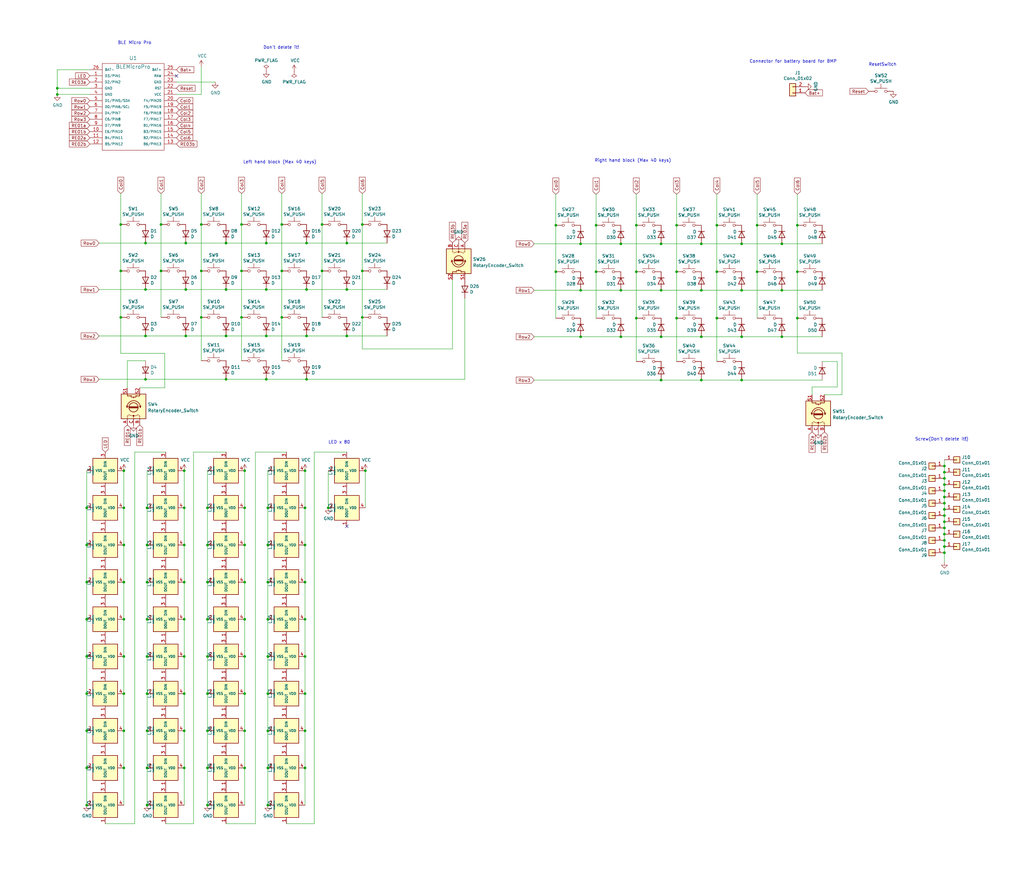
<source format=kicad_sch>
(kicad_sch (version 20211123) (generator eeschema)
  (paper "User" 419.989 360.045)
  (lib_symbols
    (symbol "Connector_Generic:Conn_01x01" (pin_names (offset 1.016) hide)
      (property "Reference" "J" (at 0 2.54 0))
      (property "Value" "Conn_01x01" (at 0 -2.54 0))
      (symbol "Conn_01x01_1_1"
        (pin passive line (at -5.08 0 0) (length 3.81) (name "Pin_1") (number "1"))
      )
    )
    (symbol "Connector_Generic:Conn_01x02" (pin_names (offset 1.016) hide)
      (property "Reference" "J" (at 0 2.54 0))
      (property "Value" "Conn_01x02" (at 0 -5.08 0))
      (symbol "Conn_01x02_1_1"
        (pin passive line (at -5.08 0 0) (length 3.81) (name "Pin_1") (number "1"))
        (pin passive line (at -5.08 -2.54 0) (length 3.81) (name "Pin_2") (number "2"))
      )
    )
    (symbol "Device:D" (pin_numbers hide) (pin_names (offset 1.016) hide)
      (property "Reference" "D" (at 0 2.54 0))
      (property "Value" "D" (at 0 -2.54 0))
      (symbol "D_1_1"
        (pin passive line (at -3.81 0 0) (length 2.54) (name "K") (number "1"))
        (pin passive line (at 3.81 0 180) (length 2.54) (name "A") (number "2"))
      )
    )
    (symbol "Device:RotaryEncoder_Switch" (pin_names (offset 0.254) hide)
      (property "Reference" "SW" (at 0 6.604 0))
      (property "Value" "RotaryEncoder_Switch" (at 0 -6.604 0))
      (symbol "RotaryEncoder_Switch_1_1"
        (pin passive line (at -7.62 2.54 0) (length 2.54) (name "A") (number "A"))
        (pin passive line (at -7.62 -2.54 0) (length 2.54) (name "B") (number "B"))
        (pin passive line (at -7.62 0 0) (length 2.54) (name "C") (number "C"))
        (pin passive line (at 7.62 2.54 180) (length 2.54) (name "S1") (number "S1"))
        (pin passive line (at 7.62 -2.54 180) (length 2.54) (name "S2") (number "S2"))
      )
    )
    (symbol "Salicylic_kbd:LED_SK6812MINI-E" (pin_names (offset 1.016))
      (property "Reference" "LED" (at 5.08 -10.16 0))
      (property "Value" "LED_SK6812MINI-E" (at 8.89 -8.89 0))
      (symbol "LED_SK6812MINI-E_1_1"
        (pin output line (at 7.62 0 180) (length 2.54) (name "DOUT") (number "1"))
        (pin power_in line (at 0 -7.62 90) (length 2.54) (name "VSS") (number "2"))
        (pin input line (at -7.62 0 0) (length 2.54) (name "DIN") (number "3"))
        (pin power_in line (at 0 7.62 270) (length 2.54) (name "VDD") (number "4"))
      )
    )
    (symbol "Salicylic_kbd:Micon_BLEMicroPro" (pin_names (offset 1.016))
      (property "Reference" "U" (at 0 26.67 0))
      (property "Value" "Micon_BLEMicroPro" (at 0 -13.97 0))
      (symbol "Micon_BLEMicroPro_1_1"
        (pin bidirectional line (at -17.78 19.05 0) (length 5.08) (name "D3/PIN1") (number "1"))
        (pin bidirectional line (at -17.78 -3.81 0) (length 5.08) (name "E6/PIN10") (number "10"))
        (pin bidirectional line (at -17.78 -6.35 0) (length 5.08) (name "B4/PIN11") (number "11"))
        (pin bidirectional line (at -17.78 -8.89 0) (length 5.08) (name "B5/PIN12") (number "12"))
        (pin bidirectional line (at 17.78 -8.89 180) (length 5.08) (name "B6/PIN13") (number "13"))
        (pin bidirectional line (at 17.78 -6.35 180) (length 5.08) (name "B2/PIN14") (number "14"))
        (pin bidirectional line (at 17.78 -3.81 180) (length 5.08) (name "B3/PIN15") (number "15"))
        (pin bidirectional line (at 17.78 -1.27 180) (length 5.08) (name "B1/PIN16") (number "16"))
        (pin bidirectional line (at 17.78 1.27 180) (length 5.08) (name "F7/PIN17") (number "17"))
        (pin bidirectional line (at 17.78 3.81 180) (length 5.08) (name "F6/PIN18") (number "18"))
        (pin bidirectional line (at 17.78 6.35 180) (length 5.08) (name "F5/PIN19") (number "19"))
        (pin bidirectional line (at -17.78 16.51 0) (length 5.08) (name "D2/PIN2") (number "2"))
        (pin bidirectional line (at 17.78 8.89 180) (length 5.08) (name "F4/PIN20") (number "20"))
        (pin power_in line (at 17.78 11.43 180) (length 5.08) (name "VCC") (number "21"))
        (pin input line (at 17.78 13.97 180) (length 5.08) (name "RST") (number "22"))
        (pin power_in line (at 17.78 16.51 180) (length 5.08) (name "GND") (number "23"))
        (pin power_out line (at 17.78 19.05 180) (length 5.08) (name "RAW") (number "24"))
        (pin input line (at 17.78 21.59 180) (length 5.08) (name "BAT+") (number "25"))
        (pin input line (at -17.78 21.59 0) (length 5.08) (name "BAT-") (number "26"))
        (pin power_in line (at -17.78 13.97 0) (length 5.08) (name "GND") (number "3"))
        (pin power_in line (at -17.78 11.43 0) (length 5.08) (name "GND") (number "4"))
        (pin bidirectional line (at -17.78 8.89 0) (length 5.08) (name "D1/PIN5/SDA") (number "5"))
        (pin bidirectional line (at -17.78 6.35 0) (length 5.08) (name "D0/PIN6/SCL") (number "6"))
        (pin bidirectional line (at -17.78 3.81 0) (length 5.08) (name "D4/PIN7") (number "7"))
        (pin bidirectional line (at -17.78 1.27 0) (length 5.08) (name "C6/PIN8") (number "8"))
        (pin bidirectional line (at -17.78 -1.27 0) (length 5.08) (name "D7/PIN9") (number "9"))
      )
    )
    (symbol "Switch:SW_Push" (pin_numbers hide) (pin_names (offset 1.016) hide)
      (property "Reference" "SW" (at 1.27 2.54 0))
      (property "Value" "SW_Push" (at 0 -1.524 0))
      (symbol "SW_Push_0_1"
        (pin passive line (at -5.08 0 0) (length 2.54) (name "1") (number "1"))
        (pin passive line (at 5.08 0 180) (length 2.54) (name "2") (number "2"))
      )
    )
    (symbol "power:GND" (power) (pin_names (offset 0))
      (property "Value" "GND" (at 0 -3.81 0))
      (symbol "GND_1_1"
        (pin power_in line (at 0 0 270) (length 0) hide (name "GND") (number "1"))
      )
    )
    (symbol "power:PWR_FLAG" (power) (pin_numbers hide) (pin_names (offset 0) hide)
      (property "Value" "PWR_FLAG" (at 0 3.81 0))
      (symbol "PWR_FLAG_0_0"
        (pin power_out line (at 0 0 90) (length 0) (name "pwr") (number "1"))
      )
    )
    (symbol "power:VCC" (power) (pin_names (offset 0))
      (property "Value" "VCC" (at 0 3.81 0))
      (symbol "VCC_1_1"
        (pin power_in line (at 0 0 90) (length 0) hide (name "VCC") (number "1"))
      )
    )
  )
  (junction (at 82.55 111.125))
  (junction (at 320.6796 100.0146))
  (junction (at 260.9896 111.4446))
  (junction (at 76.2 118.745))
  (junction (at 85.09 299.72))
  (junction (at 294.0096 130.4946))
  (junction (at 76.2 99.695))
  (junction (at 50.8 193.04))
  (junction (at 100.33 254))
  (junction (at 142.24 137.795))
  (junction (at 60.325 238.76))
  (junction (at 115.57 111.125))
  (junction (at 75.565 314.96))
  (junction (at 60.325 314.96))
  (junction (at 49.53 92.075))
  (junction (at 320.6796 119.0646))
  (junction (at 304.1696 119.0646))
  (junction (at 50.8 269.24))
  (junction (at 125.095 254))
  (junction (at 23.495 38.735))
  (junction (at 387.35 191.135))
  (junction (at 109.855 269.24))
  (junction (at 310.5196 92.3946))
  (junction (at 82.55 130.175))
  (junction (at 125.095 269.24))
  (junction (at 59.69 137.795))
  (junction (at 99.06 92.075))
  (junction (at 304.1696 138.1146))
  (junction (at 76.2 137.795))
  (junction (at 66.04 111.125))
  (junction (at 327.0296 92.3946))
  (junction (at 227.9696 92.3946))
  (junction (at 148.59 130.175))
  (junction (at 227.9696 111.4446))
  (junction (at 132.08 111.125))
  (junction (at 277.4996 130.4946))
  (junction (at 100.33 208.28))
  (junction (at 109.855 208.28))
  (junction (at 75.565 238.76))
  (junction (at 304.1696 100.0146))
  (junction (at 109.22 118.745))
  (junction (at 387.35 221.615))
  (junction (at 35.56 208.28))
  (junction (at 125.095 223.52))
  (junction (at 50.8 284.48))
  (junction (at 99.06 130.175))
  (junction (at 271.1496 100.0146))
  (junction (at 50.8 223.52))
  (junction (at 35.56 223.52))
  (junction (at 35.56 238.76))
  (junction (at 327.0296 130.4946))
  (junction (at 109.855 254))
  (junction (at 50.8 238.76))
  (junction (at 287.6596 138.1146))
  (junction (at 125.095 314.96))
  (junction (at 260.9896 92.3946))
  (junction (at 132.08 92.075))
  (junction (at 100.33 223.52))
  (junction (at 85.09 223.52))
  (junction (at 60.325 223.52))
  (junction (at 310.5196 111.4446))
  (junction (at 109.22 137.795))
  (junction (at 92.71 99.695))
  (junction (at 50.8 208.28))
  (junction (at 125.095 193.04))
  (junction (at 238.1296 119.0646))
  (junction (at 387.35 201.295))
  (junction (at 85.09 208.28))
  (junction (at 75.565 208.28))
  (junction (at 254.6396 138.1146))
  (junction (at 115.57 92.075))
  (junction (at 277.4996 92.3946))
  (junction (at 327.0296 111.4446))
  (junction (at 125.73 118.745))
  (junction (at 75.565 299.72))
  (junction (at 100.33 238.76))
  (junction (at 294.0096 92.3946))
  (junction (at 23.495 36.195))
  (junction (at 35.56 330.2))
  (junction (at 142.24 99.695))
  (junction (at 125.095 238.76))
  (junction (at 59.69 118.745))
  (junction (at 287.6596 100.0146))
  (junction (at 125.73 155.575))
  (junction (at 50.8 299.72))
  (junction (at 50.8 314.96))
  (junction (at 271.1496 119.0646))
  (junction (at 35.56 314.96))
  (junction (at 244.4796 92.3946))
  (junction (at 115.57 130.175))
  (junction (at 142.24 118.745))
  (junction (at 260.9896 130.4946))
  (junction (at 59.69 99.695))
  (junction (at 387.35 211.455))
  (junction (at 92.71 155.575))
  (junction (at 287.6596 119.0646))
  (junction (at 60.325 254))
  (junction (at 99.06 111.125))
  (junction (at 92.71 137.795))
  (junction (at 387.35 206.375))
  (junction (at 238.1296 138.1146))
  (junction (at 125.095 299.72))
  (junction (at 109.22 99.695))
  (junction (at 59.69 155.575))
  (junction (at 287.6596 155.8946))
  (junction (at 320.6796 138.1146))
  (junction (at 35.56 299.72))
  (junction (at 109.22 155.575))
  (junction (at 85.09 314.96))
  (junction (at 238.1296 100.0146))
  (junction (at 75.565 223.52))
  (junction (at 109.855 330.2))
  (junction (at 109.855 238.76))
  (junction (at 387.35 208.915))
  (junction (at 60.325 299.72))
  (junction (at 254.6396 100.0146))
  (junction (at 75.565 269.24))
  (junction (at 148.59 92.075))
  (junction (at 244.4796 111.4446))
  (junction (at 294.0096 111.4446))
  (junction (at 387.35 213.995))
  (junction (at 387.35 226.695))
  (junction (at 60.325 330.2))
  (junction (at 387.35 224.155))
  (junction (at 109.855 223.52))
  (junction (at 304.1696 155.8946))
  (junction (at 100.33 193.04))
  (junction (at 49.53 111.125))
  (junction (at 100.33 314.96))
  (junction (at 85.09 284.48))
  (junction (at 92.71 118.745))
  (junction (at 100.33 284.48))
  (junction (at 85.09 254))
  (junction (at 35.56 284.48))
  (junction (at 109.855 284.48))
  (junction (at 387.35 196.215))
  (junction (at 271.1496 155.8946))
  (junction (at 387.35 219.075))
  (junction (at 60.325 208.28))
  (junction (at 387.35 203.835))
  (junction (at 254.6396 119.0646))
  (junction (at 85.09 330.2))
  (junction (at 75.565 193.04))
  (junction (at 149.86 193.04))
  (junction (at 60.325 269.24))
  (junction (at 148.59 111.125))
  (junction (at 85.09 269.24))
  (junction (at 125.73 137.795))
  (junction (at 35.56 269.24))
  (junction (at 109.855 314.96))
  (junction (at 66.04 92.075))
  (junction (at 387.35 216.535))
  (junction (at 82.55 92.075))
  (junction (at 60.325 284.48))
  (junction (at 100.33 299.72))
  (junction (at 271.1496 138.1146))
  (junction (at 277.4996 111.4446))
  (junction (at 35.56 254))
  (junction (at 85.09 238.76))
  (junction (at 100.33 269.24))
  (junction (at 387.35 198.755))
  (junction (at 109.855 299.72))
  (junction (at 387.35 193.675))
  (junction (at 125.095 284.48))
  (junction (at 125.73 99.695))
  (junction (at 50.8 254))
  (junction (at 75.565 254))
  (junction (at 49.53 130.175))
  (junction (at 125.095 208.28))
  (junction (at 134.62 208.28))
  (junction (at 75.565 284.48))
  (no_connect (at 142.24 215.9))
  (no_connect (at 72.39 31.115))
  (wire (pts (xy 387.35 193.675) (xy 387.35 196.215)))
  (wire (pts (xy 85.09 193.04) (xy 85.09 208.28)))
  (wire (pts (xy 185.5827 143.1157) (xy 185.5827 114.7785)))
  (wire (pts (xy 60.325 193.04) (xy 60.325 208.28)))
  (wire (pts (xy 99.06 130.175) (xy 99.06 147.955)))
  (wire (pts (xy 327.0296 92.3946) (xy 327.0296 111.4446)))
  (wire (pts (xy 66.04 92.075) (xy 66.04 111.125)))
  (wire (pts (xy 142.24 137.795) (xy 158.75 137.795)))
  (wire (pts (xy 327.0296 111.4446) (xy 327.0296 130.4946)))
  (wire (pts (xy 109.855 314.96) (xy 109.855 330.2)))
  (wire (pts (xy 79.375 337.82) (xy 79.375 185.42)))
  (wire (pts (xy 35.56 208.28) (xy 35.56 223.52)))
  (wire (pts (xy 327.0296 79.6946) (xy 327.0296 92.3946)))
  (wire (pts (xy 109.855 238.76) (xy 109.855 254)))
  (wire (pts (xy 59.69 137.795) (xy 76.2 137.795)))
  (wire (pts (xy 343.3606 148.2746) (xy 343.3606 158.7248)))
  (wire (pts (xy 125.095 299.72) (xy 125.095 314.96)))
  (wire (pts (xy 387.35 198.755) (xy 387.35 201.295)))
  (wire (pts (xy 387.35 216.535) (xy 387.35 219.075)))
  (wire (pts (xy 36.83 28.575) (xy 23.495 28.575)))
  (wire (pts (xy 244.4796 79.6946) (xy 244.4796 92.3946)))
  (wire (pts (xy 219.0796 100.0146) (xy 238.1296 100.0146)))
  (wire (pts (xy 260.9896 130.4946) (xy 260.9896 148.2746)))
  (wire (pts (xy 100.33 299.72) (xy 100.33 314.96)))
  (wire (pts (xy 125.095 269.24) (xy 125.095 284.48)))
  (wire (pts (xy 50.8 284.48) (xy 50.8 299.72)))
  (wire (pts (xy 148.59 111.125) (xy 148.59 130.175)))
  (wire (pts (xy 59.69 118.745) (xy 40.64 118.745)))
  (wire (pts (xy 227.9696 92.3946) (xy 227.9696 111.4446)))
  (wire (pts (xy 85.09 223.52) (xy 85.09 238.76)))
  (wire (pts (xy 227.9696 79.6946) (xy 227.9696 92.3946)))
  (wire (pts (xy 387.35 211.455) (xy 387.35 213.995)))
  (wire (pts (xy 75.565 314.96) (xy 75.565 330.2)))
  (wire (pts (xy 125.73 118.745) (xy 142.24 118.745)))
  (wire (pts (xy 49.53 130.175) (xy 49.53 144.9447)))
  (wire (pts (xy 109.855 299.72) (xy 109.855 314.96)))
  (wire (pts (xy 59.69 99.695) (xy 76.2 99.695)))
  (wire (pts (xy 338.1446 161.9284) (xy 345.3493 161.9284)))
  (wire (pts (xy 128.905 337.82) (xy 128.905 185.42)))
  (wire (pts (xy 109.22 118.745) (xy 125.73 118.745)))
  (wire (pts (xy 125.095 314.96) (xy 125.095 330.2)))
  (wire (pts (xy 75.565 193.04) (xy 75.565 208.28)))
  (wire (pts (xy 59.69 99.695) (xy 40.64 99.695)))
  (wire (pts (xy 104.775 185.42) (xy 117.475 185.42)))
  (wire (pts (xy 35.56 284.48) (xy 35.56 299.72)))
  (wire (pts (xy 100.33 269.24) (xy 100.33 284.48)))
  (wire (pts (xy 254.6396 119.0646) (xy 271.1496 119.0646)))
  (wire (pts (xy 99.06 79.375) (xy 99.06 92.075)))
  (wire (pts (xy 72.39 38.735) (xy 82.55 38.735)))
  (wire (pts (xy 109.855 223.52) (xy 109.855 238.76)))
  (wire (pts (xy 190.6627 155.575) (xy 190.6627 122.3985)))
  (wire (pts (xy 76.2 137.795) (xy 92.71 137.795)))
  (wire (pts (xy 50.8 193.04) (xy 50.8 208.28)))
  (wire (pts (xy 35.56 269.24) (xy 35.56 284.48)))
  (wire (pts (xy 254.6396 138.1146) (xy 271.1496 138.1146)))
  (wire (pts (xy 310.5196 92.3946) (xy 310.5196 111.4446)))
  (wire (pts (xy 85.09 238.76) (xy 85.09 254)))
  (wire (pts (xy 75.565 299.72) (xy 75.565 314.96)))
  (wire (pts (xy 333.0646 158.7248) (xy 333.0646 161.9284)))
  (wire (pts (xy 50.8 299.72) (xy 50.8 314.96)))
  (wire (pts (xy 50.8 238.76) (xy 50.8 254)))
  (wire (pts (xy 100.33 254) (xy 100.33 269.24)))
  (wire (pts (xy 60.325 238.76) (xy 60.325 254)))
  (wire (pts (xy 387.35 206.375) (xy 387.35 208.915)))
  (wire (pts (xy 66.04 79.375) (xy 66.04 92.075)))
  (wire (pts (xy 327.0296 144.8038) (xy 345.3493 144.8038)))
  (wire (pts (xy 125.095 193.04) (xy 125.095 208.28)))
  (wire (pts (xy 271.1496 119.0646) (xy 287.6596 119.0646)))
  (wire (pts (xy 92.71 155.575) (xy 109.22 155.575)))
  (wire (pts (xy 115.57 111.125) (xy 115.57 130.175)))
  (wire (pts (xy 320.6796 100.0146) (xy 337.1896 100.0146)))
  (wire (pts (xy 287.6596 138.1146) (xy 304.1696 138.1146)))
  (wire (pts (xy 238.1296 100.0146) (xy 254.6396 100.0146)))
  (wire (pts (xy 92.71 337.82) (xy 104.775 337.82)))
  (wire (pts (xy 75.565 208.28) (xy 75.565 223.52)))
  (wire (pts (xy 50.8 269.24) (xy 50.8 284.48)))
  (wire (pts (xy 148.59 143.1157) (xy 185.5827 143.1157)))
  (wire (pts (xy 238.1296 138.1146) (xy 254.6396 138.1146)))
  (wire (pts (xy 75.565 269.24) (xy 75.565 284.48)))
  (wire (pts (xy 60.325 284.48) (xy 60.325 299.72)))
  (wire (pts (xy 387.35 203.835) (xy 387.35 206.375)))
  (wire (pts (xy 277.4996 130.4946) (xy 277.4996 148.2746)))
  (wire (pts (xy 115.57 130.175) (xy 115.57 147.955)))
  (wire (pts (xy 60.325 299.72) (xy 60.325 314.96)))
  (wire (pts (xy 76.2 99.695) (xy 92.71 99.695)))
  (wire (pts (xy 310.5196 111.4446) (xy 310.5196 130.4946)))
  (wire (pts (xy 320.6796 138.1146) (xy 337.1896 138.1146)))
  (wire (pts (xy 294.0096 92.3946) (xy 294.0096 111.4446)))
  (wire (pts (xy 117.475 337.82) (xy 128.905 337.82)))
  (wire (pts (xy 109.855 254) (xy 109.855 269.24)))
  (wire (pts (xy 132.08 79.375) (xy 132.08 92.075)))
  (wire (pts (xy 310.5196 79.6946) (xy 310.5196 92.3946)))
  (wire (pts (xy 59.69 147.955) (xy 52.2299 147.955)))
  (wire (pts (xy 148.59 92.075) (xy 148.59 111.125)))
  (wire (pts (xy 75.565 284.48) (xy 75.565 299.72)))
  (wire (pts (xy 59.69 118.745) (xy 76.2 118.745)))
  (wire (pts (xy 67.945 337.82) (xy 79.375 337.82)))
  (wire (pts (xy 76.2 118.745) (xy 92.71 118.745)))
  (wire (pts (xy 109.855 269.24) (xy 109.855 284.48)))
  (wire (pts (xy 387.35 219.075) (xy 387.35 221.615)))
  (wire (pts (xy 60.325 254) (xy 60.325 269.24)))
  (wire (pts (xy 125.73 155.575) (xy 190.6627 155.575)))
  (wire (pts (xy 75.565 223.52) (xy 75.565 238.76)))
  (wire (pts (xy 35.56 314.96) (xy 35.56 330.2)))
  (wire (pts (xy 387.35 224.155) (xy 387.35 226.695)))
  (wire (pts (xy 125.73 137.795) (xy 142.24 137.795)))
  (wire (pts (xy 260.9896 79.6946) (xy 260.9896 92.3946)))
  (wire (pts (xy 148.59 79.375) (xy 148.59 92.075)))
  (wire (pts (xy 49.53 111.125) (xy 49.53 130.175)))
  (wire (pts (xy 294.0096 130.4946) (xy 294.0096 148.2746)))
  (wire (pts (xy 327.0296 144.8038) (xy 327.0296 130.4946)))
  (wire (pts (xy 67.5494 159.071) (xy 67.5494 144.9447)))
  (wire (pts (xy 36.83 36.195) (xy 23.495 36.195)))
  (wire (pts (xy 35.56 193.04) (xy 35.56 208.28)))
  (wire (pts (xy 219.0796 119.0646) (xy 238.1296 119.0646)))
  (wire (pts (xy 36.83 38.735) (xy 23.495 38.735)))
  (wire (pts (xy 50.8 254) (xy 50.8 269.24)))
  (wire (pts (xy 277.4996 92.3946) (xy 277.4996 111.4446)))
  (wire (pts (xy 287.6596 119.0646) (xy 304.1696 119.0646)))
  (wire (pts (xy 277.4996 111.4446) (xy 277.4996 130.4946)))
  (wire (pts (xy 304.1696 100.0146) (xy 320.6796 100.0146)))
  (wire (pts (xy 85.09 314.96) (xy 85.09 330.2)))
  (wire (pts (xy 100.33 314.96) (xy 100.33 330.2)))
  (wire (pts (xy 66.04 111.125) (xy 66.04 130.175)))
  (wire (pts (xy 287.6596 100.0146) (xy 304.1696 100.0146)))
  (wire (pts (xy 337.1896 148.2746) (xy 343.3606 148.2746)))
  (wire (pts (xy 55.245 337.82) (xy 55.245 185.42)))
  (wire (pts (xy 49.53 92.075) (xy 49.53 111.125)))
  (wire (pts (xy 271.1496 155.8946) (xy 287.6596 155.8946)))
  (wire (pts (xy 219.0796 155.8946) (xy 271.1496 155.8946)))
  (wire (pts (xy 244.4796 111.4446) (xy 244.4796 130.4946)))
  (wire (pts (xy 60.325 208.28) (xy 60.325 223.52)))
  (wire (pts (xy 304.1696 155.8946) (xy 337.1896 155.8946)))
  (wire (pts (xy 125.095 208.28) (xy 125.095 223.52)))
  (wire (pts (xy 343.3606 158.7248) (xy 333.0646 158.7248)))
  (wire (pts (xy 79.375 185.42) (xy 92.71 185.42)))
  (wire (pts (xy 92.71 118.745) (xy 109.22 118.745)))
  (wire (pts (xy 35.56 299.72) (xy 35.56 314.96)))
  (wire (pts (xy 227.9696 111.4446) (xy 227.9696 130.4946)))
  (wire (pts (xy 125.095 254) (xy 125.095 269.24)))
  (wire (pts (xy 57.3099 159.071) (xy 67.5494 159.071)))
  (wire (pts (xy 43.18 337.82) (xy 55.245 337.82)))
  (wire (pts (xy 142.24 99.695) (xy 158.75 99.695)))
  (wire (pts (xy 55.245 185.42) (xy 67.945 185.42)))
  (wire (pts (xy 85.09 269.24) (xy 85.09 284.48)))
  (wire (pts (xy 85.09 208.28) (xy 85.09 223.52)))
  (wire (pts (xy 35.56 223.52) (xy 35.56 238.76)))
  (wire (pts (xy 125.73 99.695) (xy 142.24 99.695)))
  (wire (pts (xy 23.495 36.195) (xy 23.495 38.735)))
  (wire (pts (xy 109.855 193.04) (xy 109.855 208.28)))
  (wire (pts (xy 142.24 118.745) (xy 158.75 118.745)))
  (wire (pts (xy 238.1296 119.0646) (xy 254.6396 119.0646)))
  (wire (pts (xy 35.56 238.76) (xy 35.56 254)))
  (wire (pts (xy 304.1696 138.1146) (xy 320.6796 138.1146)))
  (wire (pts (xy 148.59 130.175) (xy 148.59 143.1157)))
  (wire (pts (xy 82.55 92.075) (xy 82.55 111.125)))
  (wire (pts (xy 345.3493 161.9284) (xy 345.3493 144.8038)))
  (wire (pts (xy 50.8 223.52) (xy 50.8 238.76)))
  (wire (pts (xy 109.22 137.795) (xy 125.73 137.795)))
  (wire (pts (xy 104.775 337.82) (xy 104.775 185.42)))
  (wire (pts (xy 92.71 137.795) (xy 109.22 137.795)))
  (wire (pts (xy 85.09 254) (xy 85.09 269.24)))
  (wire (pts (xy 85.09 299.72) (xy 85.09 314.96)))
  (wire (pts (xy 387.35 196.215) (xy 387.35 198.755)))
  (wire (pts (xy 260.9896 111.4446) (xy 260.9896 130.4946)))
  (wire (pts (xy 85.09 284.48) (xy 85.09 299.72)))
  (wire (pts (xy 294.0096 111.4446) (xy 294.0096 130.4946)))
  (wire (pts (xy 125.095 223.52) (xy 125.095 238.76)))
  (wire (pts (xy 100.33 284.48) (xy 100.33 299.72)))
  (wire (pts (xy 75.565 254) (xy 75.565 269.24)))
  (wire (pts (xy 387.35 188.595) (xy 387.35 191.135)))
  (wire (pts (xy 149.86 193.04) (xy 149.86 208.28)))
  (wire (pts (xy 59.69 137.795) (xy 40.64 137.795)))
  (wire (pts (xy 125.095 284.48) (xy 125.095 299.72)))
  (wire (pts (xy 59.69 155.575) (xy 92.71 155.575)))
  (wire (pts (xy 50.8 208.28) (xy 50.8 223.52)))
  (wire (pts (xy 260.9896 92.3946) (xy 260.9896 111.4446)))
  (wire (pts (xy 219.0796 138.1146) (xy 238.1296 138.1146)))
  (wire (pts (xy 109.22 99.695) (xy 125.73 99.695)))
  (wire (pts (xy 109.22 155.575) (xy 125.73 155.575)))
  (wire (pts (xy 92.71 99.695) (xy 109.22 99.695)))
  (wire (pts (xy 82.55 79.375) (xy 82.55 92.075)))
  (wire (pts (xy 244.4796 92.3946) (xy 244.4796 111.4446)))
  (wire (pts (xy 387.35 213.995) (xy 387.35 216.535)))
  (wire (pts (xy 109.855 208.28) (xy 109.855 223.52)))
  (wire (pts (xy 254.6396 100.0146) (xy 271.1496 100.0146)))
  (wire (pts (xy 271.1496 138.1146) (xy 287.6596 138.1146)))
  (wire (pts (xy 75.565 238.76) (xy 75.565 254)))
  (wire (pts (xy 99.06 111.125) (xy 99.06 130.175)))
  (wire (pts (xy 134.62 193.04) (xy 134.62 208.28)))
  (wire (pts (xy 82.55 38.735) (xy 82.55 27.305)))
  (wire (pts (xy 294.0096 79.6946) (xy 294.0096 92.3946)))
  (wire (pts (xy 132.08 111.125) (xy 132.08 130.175)))
  (wire (pts (xy 60.325 223.52) (xy 60.325 238.76)))
  (wire (pts (xy 387.35 221.615) (xy 387.35 224.155)))
  (wire (pts (xy 23.495 28.575) (xy 23.495 36.195)))
  (wire (pts (xy 387.35 201.295) (xy 387.35 203.835)))
  (wire (pts (xy 59.69 155.575) (xy 40.64 155.575)))
  (wire (pts (xy 387.35 226.695) (xy 387.35 230.505)))
  (wire (pts (xy 287.6596 155.8946) (xy 304.1696 155.8946)))
  (wire (pts (xy 100.33 208.28) (xy 100.33 223.52)))
  (wire (pts (xy 304.1696 119.0646) (xy 320.6796 119.0646)))
  (wire (pts (xy 387.35 208.915) (xy 387.35 211.455)))
  (wire (pts (xy 67.5494 144.9447) (xy 49.53 144.9447)))
  (wire (pts (xy 100.33 238.76) (xy 100.33 254)))
  (wire (pts (xy 100.33 193.04) (xy 100.33 208.28)))
  (wire (pts (xy 52.2299 147.955) (xy 52.2299 159.071)))
  (wire (pts (xy 277.4996 79.6946) (xy 277.4996 92.3946)))
  (wire (pts (xy 132.08 92.075) (xy 132.08 111.125)))
  (wire (pts (xy 50.8 314.96) (xy 50.8 330.2)))
  (wire (pts (xy 49.53 79.375) (xy 49.53 92.075)))
  (wire (pts (xy 109.855 284.48) (xy 109.855 299.72)))
  (wire (pts (xy 82.55 130.175) (xy 82.55 147.955)))
  (wire (pts (xy 115.57 92.075) (xy 115.57 111.125)))
  (wire (pts (xy 60.325 269.24) (xy 60.325 284.48)))
  (wire (pts (xy 128.905 185.42) (xy 142.24 185.42)))
  (wire (pts (xy 125.095 238.76) (xy 125.095 254)))
  (wire (pts (xy 320.6796 119.0646) (xy 337.1896 119.0646)))
  (wire (pts (xy 99.06 92.075) (xy 99.06 111.125)))
  (wire (pts (xy 88.265 33.655) (xy 72.39 33.655)))
  (wire (pts (xy 60.325 314.96) (xy 60.325 330.2)))
  (wire (pts (xy 387.35 191.135) (xy 387.35 193.675)))
  (wire (pts (xy 115.57 79.375) (xy 115.57 92.075)))
  (wire (pts (xy 82.55 111.125) (xy 82.55 130.175)))
  (wire (pts (xy 100.33 223.52) (xy 100.33 238.76)))
  (wire (pts (xy 271.1496 100.0146) (xy 287.6596 100.0146)))
  (wire (pts (xy 35.56 254) (xy 35.56 269.24)))
  (text "Left hand block (Max 40 keys)" (at 99.695 67.31 0) (effects (font (size 1.27 1.27)) (justify left bottom)))
  (text "LED x 80" (at 134.62 182.245 0) (effects (font (size 1.27 1.27)) (justify left bottom)))
  (text "ResetSwitch" (at 356.235 27.305 0) (effects (font (size 1.27 1.27)) (justify left bottom)))
  (text "Screw(Don't delete it!)" (at 375.285 180.975 0) (effects (font (size 1.27 1.27)) (justify left bottom)))
  (text "Don't delete it!" (at 107.95 20.32 0) (effects (font (size 1.27 1.27)) (justify left bottom)))
  (text "Connector for battery board for BMP" (at 307.34 26.035 0) (effects (font (size 1.27 1.27)) (justify left bottom)))
  (text "Right hand block (Max 40 keys)" (at 243.84 66.675 0) (effects (font (size 1.27 1.27)) (justify left bottom)))
  (text "BLE Micro Pro" (at 48.26 18.415 0) (effects (font (size 1.27 1.27)) (justify left bottom)))
  (global_label "Row0" (shape input) (at 219.0796 100.0146 180) (property "Intersheet References" "${INTERSHEET_REFS}" (effects hide)))
  (global_label "Row1" (shape input) (at 36.83 43.815 180) (property "Intersheet References" "${INTERSHEET_REFS}" (effects hide)))
  (global_label "Col1" (shape input) (at 72.39 43.815 0) (property "Intersheet References" "${INTERSHEET_REFS}" (effects hide)))
  (global_label "RE03a" (shape input) (at 190.6627 99.5385 90) (property "Intersheet References" "${INTERSHEET_REFS}" (effects hide)))
  (global_label "Col4" (shape input) (at 72.39 51.435 0) (property "Intersheet References" "${INTERSHEET_REFS}" (effects hide)))
  (global_label "Col6" (shape input) (at 148.59 79.375 90) (property "Intersheet References" "${INTERSHEET_REFS}" (effects hide)))
  (global_label "RE02b" (shape input) (at 338.1446 177.1684 270) (property "Intersheet References" "${INTERSHEET_REFS}" (effects hide)))
  (global_label "Col5" (shape input) (at 72.39 53.975 0) (property "Intersheet References" "${INTERSHEET_REFS}" (effects hide)))
  (global_label "Row2" (shape input) (at 219.0796 138.1146 180) (property "Intersheet References" "${INTERSHEET_REFS}" (effects hide)))
  (global_label "Col2" (shape input) (at 260.9896 79.6946 90) (property "Intersheet References" "${INTERSHEET_REFS}" (effects hide)))
  (global_label "RE03a" (shape input) (at 36.83 33.655 180) (property "Intersheet References" "${INTERSHEET_REFS}" (effects hide)))
  (global_label "RE02b" (shape input) (at 36.83 59.055 180) (property "Intersheet References" "${INTERSHEET_REFS}" (effects hide)))
  (global_label "Reset" (shape input) (at 356.235 37.465 180) (property "Intersheet References" "${INTERSHEET_REFS}" (effects hide)))
  (global_label "Col5" (shape input) (at 132.08 79.375 90) (property "Intersheet References" "${INTERSHEET_REFS}" (effects hide)))
  (global_label "LED" (shape input) (at 43.18 185.42 90) (property "Intersheet References" "${INTERSHEET_REFS}" (effects hide)))
  (global_label "Col2" (shape input) (at 82.55 79.375 90) (property "Intersheet References" "${INTERSHEET_REFS}" (effects hide)))
  (global_label "Row0" (shape input) (at 36.83 41.275 180) (property "Intersheet References" "${INTERSHEET_REFS}" (effects hide)))
  (global_label "RE01a" (shape input) (at 52.2299 174.311 270) (property "Intersheet References" "${INTERSHEET_REFS}" (effects hide)))
  (global_label "RE02a" (shape input) (at 36.83 56.515 180) (property "Intersheet References" "${INTERSHEET_REFS}" (effects hide)))
  (global_label "Col3" (shape input) (at 72.39 48.895 0) (property "Intersheet References" "${INTERSHEET_REFS}" (effects hide)))
  (global_label "Row2" (shape input) (at 36.83 46.355 180) (property "Intersheet References" "${INTERSHEET_REFS}" (effects hide)))
  (global_label "Row1" (shape input) (at 219.0796 119.0646 180) (property "Intersheet References" "${INTERSHEET_REFS}" (effects hide)))
  (global_label "Col0" (shape input) (at 227.9696 79.6946 90) (property "Intersheet References" "${INTERSHEET_REFS}" (effects hide)))
  (global_label "Bat+" (shape input) (at 330.2 38.1 0) (property "Intersheet References" "${INTERSHEET_REFS}" (effects hide)))
  (global_label "Col6" (shape input) (at 72.39 56.515 0) (property "Intersheet References" "${INTERSHEET_REFS}" (effects hide)))
  (global_label "Row3" (shape input) (at 219.0796 155.8946 180) (property "Intersheet References" "${INTERSHEET_REFS}" (effects hide)))
  (global_label "Col4" (shape input) (at 115.57 79.375 90) (property "Intersheet References" "${INTERSHEET_REFS}" (effects hide)))
  (global_label "Row3" (shape input) (at 40.64 155.575 180) (property "Intersheet References" "${INTERSHEET_REFS}" (effects hide)))
  (global_label "Col0" (shape input) (at 49.53 79.375 90) (property "Intersheet References" "${INTERSHEET_REFS}" (effects hide)))
  (global_label "RE01b" (shape input) (at 57.3099 174.311 270) (property "Intersheet References" "${INTERSHEET_REFS}" (effects hide)))
  (global_label "Col3" (shape input) (at 277.4996 79.6946 90) (property "Intersheet References" "${INTERSHEET_REFS}" (effects hide)))
  (global_label "Col1" (shape input) (at 66.04 79.375 90) (property "Intersheet References" "${INTERSHEET_REFS}" (effects hide)))
  (global_label "RE02a" (shape input) (at 333.0646 177.1684 270) (property "Intersheet References" "${INTERSHEET_REFS}" (effects hide)))
  (global_label "Col4" (shape input) (at 294.0096 79.6946 90) (property "Intersheet References" "${INTERSHEET_REFS}" (effects hide)))
  (global_label "Reset" (shape input) (at 72.39 36.195 0) (property "Intersheet References" "${INTERSHEET_REFS}" (effects hide)))
  (global_label "RE01a" (shape input) (at 36.83 51.435 180) (property "Intersheet References" "${INTERSHEET_REFS}" (effects hide)))
  (global_label "Col2" (shape input) (at 72.39 46.355 0) (property "Intersheet References" "${INTERSHEET_REFS}" (effects hide)))
  (global_label "Col1" (shape input) (at 244.4796 79.6946 90) (property "Intersheet References" "${INTERSHEET_REFS}" (effects hide)))
  (global_label "RE01b" (shape input) (at 36.83 53.975 180) (property "Intersheet References" "${INTERSHEET_REFS}" (effects hide)))
  (global_label "RE03b" (shape input) (at 185.5827 99.5385 90) (property "Intersheet References" "${INTERSHEET_REFS}" (effects hide)))
  (global_label "Col5" (shape input) (at 310.5196 79.6946 90) (property "Intersheet References" "${INTERSHEET_REFS}" (effects hide)))
  (global_label "Row3" (shape input) (at 36.83 48.895 180) (property "Intersheet References" "${INTERSHEET_REFS}" (effects hide)))
  (global_label "RE03b" (shape input) (at 72.39 59.055 0) (property "Intersheet References" "${INTERSHEET_REFS}" (effects hide)))
  (global_label "Row2" (shape input) (at 40.64 137.795 180) (property "Intersheet References" "${INTERSHEET_REFS}" (effects hide)))
  (global_label "Col0" (shape input) (at 72.39 41.275 0) (property "Intersheet References" "${INTERSHEET_REFS}" (effects hide)))
  (global_label "LED" (shape input) (at 36.83 31.115 180) (property "Intersheet References" "${INTERSHEET_REFS}" (effects hide)))
  (global_label "Row1" (shape input) (at 40.64 118.745 180) (property "Intersheet References" "${INTERSHEET_REFS}" (effects hide)))
  (global_label "Row0" (shape input) (at 40.64 99.695 180) (property "Intersheet References" "${INTERSHEET_REFS}" (effects hide)))
  (global_label "Col3" (shape input) (at 99.06 79.375 90) (property "Intersheet References" "${INTERSHEET_REFS}" (effects hide)))
  (global_label "Bat+" (shape input) (at 72.39 28.575 0) (property "Intersheet References" "${INTERSHEET_REFS}" (effects hide)))
  (global_label "Col6" (shape input) (at 327.0296 79.6946 90) (property "Intersheet References" "${INTERSHEET_REFS}" (effects hide)))
  (symbol (lib_id "power:PWR_FLAG") (at 109.22 29.21 0) (unit 1)
    (property "Reference" "#FLG01" (effects hide))
    (property "Value" "PWR_FLAG" (at 109.22 24.7904 0))
  )
  (symbol (lib_id "power:PWR_FLAG") (at 120.65 29.21 180) (unit 1)
    (property "Reference" "#FLG02" (effects hide))
    (property "Value" "PWR_FLAG" (at 120.65 33.6042 0))
  )
  (symbol (lib_id "power:GND") (at 109.22 29.21 0) (unit 1)
    (property "Reference" "#PWR010" (effects hide))
    (property "Value" "GND" (at 109.347 33.6042 0))
  )
  (symbol (lib_id "power:VCC") (at 120.65 29.21 0) (unit 1)
    (property "Reference" "#PWR012" (effects hide))
    (property "Value" "VCC" (at 121.0818 24.8158 0))
  )
  (symbol (lib_id "Salicylic_kbd:Micon_BLEMicroPro") (at 54.61 50.165 0) (unit 1)
    (property "Reference" "U1" (at 54.61 23.8252 0) (effects (font (size 1.524 1.524))))
    (property "Value" "BLEMicroPro" (at 54.61 26.5176 0) (effects (font (size 1.524 1.524)) (justify top)))
    (property "Footprint" "kbd_Parts:Micon_BMP_GL" (effects hide))
  )
  (symbol (lib_id "power:GND") (at 88.265 33.655 0) (unit 1)
    (property "Reference" "#PWR08" (effects hide))
    (property "Value" "GND" (at 88.392 38.0492 0))
  )
  (symbol (lib_id "power:VCC") (at 82.55 27.305 0) (unit 1)
    (property "Reference" "#PWR06" (effects hide))
    (property "Value" "VCC" (at 82.9818 22.9108 0))
  )
  (symbol (lib_id "power:GND") (at 23.495 38.735 0) (unit 1)
    (property "Reference" "#PWR01" (effects hide))
    (property "Value" "GND" (at 23.622 43.1292 0))
  )
  (symbol (lib_id "Switch:SW_Push") (at 71.12 92.075 0) (unit 1)
    (property "Reference" "SW5" (at 71.12 85.598 0))
    (property "Value" "SW_PUSH" (at 71.12 87.9094 0))
    (property "Footprint" "kbd_SW:CherryMX_Hotswap_1u" (effects hide))
  )
  (symbol (lib_id "Switch:SW_Push") (at 54.61 92.075 0) (unit 1)
    (property "Reference" "SW1" (at 54.61 85.598 0))
    (property "Value" "SW_PUSH" (at 54.61 87.9094 0))
    (property "Footprint" "kbd_SW:CherryMX_Hotswap_1u" (effects hide))
  )
  (symbol (lib_id "Switch:SW_Push") (at 54.61 111.125 0) (unit 1)
    (property "Reference" "SW2" (at 54.61 104.648 0))
    (property "Value" "SW_PUSH" (at 54.61 106.9594 0))
    (property "Footprint" "kbd_SW:CherryMX_Hotswap_1.25u" (effects hide))
  )
  (symbol (lib_id "Switch:SW_Push") (at 71.12 111.125 0) (unit 1)
    (property "Reference" "SW6" (at 71.12 104.648 0))
    (property "Value" "SW_PUSH" (at 71.12 106.9594 0))
    (property "Footprint" "kbd_SW:CherryMX_Hotswap_1u" (effects hide))
  )
  (symbol (lib_id "Device:D") (at 59.69 95.885 90) (unit 1)
    (property "Reference" "D1" (at 61.6966 94.7166 90) (effects (justify right)))
    (property "Value" "D" (at 61.6966 97.028 90) (effects (justify right)))
    (property "Footprint" "kbd_Parts:Diode_SMD" (effects hide))
  )
  (symbol (lib_id "Device:D") (at 76.2 95.885 90) (unit 1)
    (property "Reference" "D5" (at 78.2066 94.7166 90) (effects (justify right)))
    (property "Value" "D" (at 78.2066 97.028 90) (effects (justify right)))
    (property "Footprint" "kbd_Parts:Diode_SMD" (effects hide))
  )
  (symbol (lib_id "Device:D") (at 76.2 114.935 90) (unit 1)
    (property "Reference" "D6" (at 78.2066 113.7666 90) (effects (justify right)))
    (property "Value" "D" (at 78.2066 116.078 90) (effects (justify right)))
    (property "Footprint" "kbd_Parts:Diode_SMD" (effects hide))
  )
  (symbol (lib_id "Device:D") (at 59.69 114.935 90) (unit 1)
    (property "Reference" "D2" (at 61.6966 113.7666 90) (effects (justify right)))
    (property "Value" "D" (at 61.6966 116.078 90) (effects (justify right)))
    (property "Footprint" "kbd_Parts:Diode_SMD" (effects hide))
  )
  (symbol (lib_id "Switch:SW_Push") (at 361.315 37.465 0) (unit 1)
    (property "Reference" "SW52" (at 361.315 30.988 0))
    (property "Value" "SW_PUSH" (at 361.315 33.2994 0))
    (property "Footprint" "kbd_Parts:ResetSW" (effects hide))
  )
  (symbol (lib_id "power:GND") (at 366.395 37.465 0) (unit 1)
    (property "Reference" "#PWR017" (effects hide))
    (property "Value" "GND" (at 366.522 41.8592 0))
  )
  (symbol (lib_id "Switch:SW_Push") (at 104.14 92.075 0) (unit 1)
    (property "Reference" "SW12" (at 104.14 85.598 0))
    (property "Value" "SW_PUSH" (at 104.14 87.9094 0))
    (property "Footprint" "kbd_SW:CherryMX_Hotswap_1u" (effects hide))
  )
  (symbol (lib_id "Switch:SW_Push") (at 120.65 92.075 0) (unit 1)
    (property "Reference" "SW16" (at 120.65 85.598 0))
    (property "Value" "SW_PUSH" (at 120.65 87.9094 0))
    (property "Footprint" "kbd_SW:CherryMX_Hotswap_1u" (effects hide))
  )
  (symbol (lib_id "Switch:SW_Push") (at 137.16 92.075 0) (unit 1)
    (property "Reference" "SW20" (at 137.16 85.598 0))
    (property "Value" "SW_PUSH" (at 137.16 87.9094 0))
    (property "Footprint" "kbd_SW:CherryMX_Hotswap_1u" (effects hide))
  )
  (symbol (lib_id "Switch:SW_Push") (at 87.63 92.075 0) (unit 1)
    (property "Reference" "SW8" (at 87.63 85.598 0))
    (property "Value" "SW_PUSH" (at 87.63 87.9094 0))
    (property "Footprint" "kbd_SW:CherryMX_Hotswap_1u" (effects hide))
  )
  (symbol (lib_id "Switch:SW_Push") (at 104.14 130.175 0) (unit 1)
    (property "Reference" "SW14" (at 104.14 123.698 0))
    (property "Value" "SW_PUSH" (at 104.14 126.0094 0))
    (property "Footprint" "kbd_SW:CherryMX_Hotswap_1u" (effects hide))
  )
  (symbol (lib_id "Switch:SW_Push") (at 104.14 111.125 0) (unit 1)
    (property "Reference" "SW13" (at 104.14 104.648 0))
    (property "Value" "SW_PUSH" (at 104.14 106.9594 0))
    (property "Footprint" "kbd_SW:CherryMX_Hotswap_1u" (effects hide))
  )
  (symbol (lib_id "Switch:SW_Push") (at 120.65 111.125 0) (unit 1)
    (property "Reference" "SW17" (at 120.65 104.648 0))
    (property "Value" "SW_PUSH" (at 120.65 106.9594 0))
    (property "Footprint" "kbd_SW:CherryMX_Hotswap_1u" (effects hide))
  )
  (symbol (lib_id "Switch:SW_Push") (at 137.16 111.125 0) (unit 1)
    (property "Reference" "SW21" (at 137.16 104.648 0))
    (property "Value" "SW_PUSH" (at 137.16 106.9594 0))
    (property "Footprint" "kbd_SW:CherryMX_Hotswap_1u" (effects hide))
  )
  (symbol (lib_id "Switch:SW_Push") (at 87.63 111.125 0) (unit 1)
    (property "Reference" "SW9" (at 87.63 104.648 0))
    (property "Value" "SW_PUSH" (at 87.63 106.9594 0))
    (property "Footprint" "kbd_SW:CherryMX_Hotswap_1u" (effects hide))
  )
  (symbol (lib_id "Switch:SW_Push") (at 54.61 130.175 0) (unit 1)
    (property "Reference" "SW3" (at 54.61 123.698 0))
    (property "Value" "SW_PUSH" (at 54.61 126.0094 0))
    (property "Footprint" "kbd_SW:CherryMX_Hotswap_1.75u" (effects hide))
  )
  (symbol (lib_id "Switch:SW_Push") (at 71.12 130.175 0) (unit 1)
    (property "Reference" "SW7" (at 71.12 123.698 0))
    (property "Value" "SW_PUSH" (at 71.12 126.0094 0))
    (property "Footprint" "kbd_SW:CherryMX_Hotswap_1u" (effects hide))
  )
  (symbol (lib_id "Switch:SW_Push") (at 87.63 130.175 0) (unit 1)
    (property "Reference" "SW10" (at 87.63 123.698 0))
    (property "Value" "SW_PUSH" (at 87.63 126.0094 0))
    (property "Footprint" "kbd_SW:CherryMX_Hotswap_1u" (effects hide))
  )
  (symbol (lib_id "Switch:SW_Push") (at 104.14 147.955 0) (unit 1)
    (property "Reference" "SW15" (at 104.14 141.478 0))
    (property "Value" "SW_PUSH" (at 104.14 143.7894 0))
    (property "Footprint" "kbd_SW:CherryMX_Hotswap_1.75u" (effects hide))
  )
  (symbol (lib_id "Switch:SW_Push") (at 120.65 147.955 0) (unit 1)
    (property "Reference" "SW19" (at 120.65 141.478 0))
    (property "Value" "SW_PUSH" (at 120.65 143.7894 0))
    (property "Footprint" "kbd_SW:CherryMX_Hotswap_1.25u" (effects hide))
  )
  (symbol (lib_id "Switch:SW_Push") (at 120.65 130.175 0) (unit 1)
    (property "Reference" "SW18" (at 120.65 123.698 0))
    (property "Value" "SW_PUSH" (at 120.65 126.0094 0))
    (property "Footprint" "kbd_SW:CherryMX_Hotswap_1u" (effects hide))
  )
  (symbol (lib_id "Switch:SW_Push") (at 137.16 130.175 0) (unit 1)
    (property "Reference" "SW22" (at 137.16 123.698 0))
    (property "Value" "SW_PUSH" (at 137.16 126.0094 0))
    (property "Footprint" "kbd_SW:CherryMX_Hotswap_1u" (effects hide))
  )
  (symbol (lib_id "Device:D") (at 92.71 95.885 90) (unit 1)
    (property "Reference" "D8" (at 94.7166 94.7166 90) (effects (justify right)))
    (property "Value" "D" (at 94.7166 97.028 90) (effects (justify right)))
    (property "Footprint" "kbd_Parts:Diode_SMD" (effects hide))
  )
  (symbol (lib_id "Device:D") (at 109.22 95.885 90) (unit 1)
    (property "Reference" "D12" (at 111.2266 94.7166 90) (effects (justify right)))
    (property "Value" "D" (at 111.2266 97.028 90) (effects (justify right)))
    (property "Footprint" "kbd_Parts:Diode_SMD" (effects hide))
  )
  (symbol (lib_id "Device:D") (at 125.73 95.885 90) (unit 1)
    (property "Reference" "D16" (at 127.7366 94.7166 90) (effects (justify right)))
    (property "Value" "D" (at 127.7366 97.028 90) (effects (justify right)))
    (property "Footprint" "kbd_Parts:Diode_SMD" (effects hide))
  )
  (symbol (lib_id "Device:D") (at 142.24 95.885 90) (unit 1)
    (property "Reference" "D20" (at 144.2466 94.7166 90) (effects (justify right)))
    (property "Value" "D" (at 144.2466 97.028 90) (effects (justify right)))
    (property "Footprint" "kbd_Parts:Diode_SMD" (effects hide))
  )
  (symbol (lib_id "Device:D") (at 142.24 114.935 90) (unit 1)
    (property "Reference" "D21" (at 144.2466 113.7666 90) (effects (justify right)))
    (property "Value" "D" (at 144.2466 116.078 90) (effects (justify right)))
    (property "Footprint" "kbd_Parts:Diode_SMD" (effects hide))
  )
  (symbol (lib_id "Device:D") (at 142.24 133.985 90) (unit 1)
    (property "Reference" "D22" (at 144.2466 132.8166 90) (effects (justify right)))
    (property "Value" "D" (at 144.2466 135.128 90) (effects (justify right)))
    (property "Footprint" "kbd_Parts:Diode_SMD" (effects hide))
  )
  (symbol (lib_id "Device:D") (at 125.73 151.765 90) (unit 1)
    (property "Reference" "D19" (at 127.7366 150.5966 90) (effects (justify right)))
    (property "Value" "D" (at 127.7366 152.908 90) (effects (justify right)))
    (property "Footprint" "kbd_Parts:Diode_SMD" (effects hide))
  )
  (symbol (lib_id "Device:D") (at 125.73 133.985 90) (unit 1)
    (property "Reference" "D18" (at 127.7366 132.8166 90) (effects (justify right)))
    (property "Value" "D" (at 127.7366 135.128 90) (effects (justify right)))
    (property "Footprint" "kbd_Parts:Diode_SMD" (effects hide))
  )
  (symbol (lib_id "Device:D") (at 125.73 114.935 90) (unit 1)
    (property "Reference" "D17" (at 127.7366 113.7666 90) (effects (justify right)))
    (property "Value" "D" (at 127.7366 116.078 90) (effects (justify right)))
    (property "Footprint" "kbd_Parts:Diode_SMD" (effects hide))
  )
  (symbol (lib_id "Device:D") (at 109.22 114.935 90) (unit 1)
    (property "Reference" "D13" (at 111.2266 113.7666 90) (effects (justify right)))
    (property "Value" "D" (at 111.2266 116.078 90) (effects (justify right)))
    (property "Footprint" "kbd_Parts:Diode_SMD" (effects hide))
  )
  (symbol (lib_id "Device:D") (at 92.71 114.935 90) (unit 1)
    (property "Reference" "D9" (at 94.7166 113.7666 90) (effects (justify right)))
    (property "Value" "D" (at 94.7166 116.078 90) (effects (justify right)))
    (property "Footprint" "kbd_Parts:Diode_SMD" (effects hide))
  )
  (symbol (lib_id "Device:D") (at 92.71 133.985 90) (unit 1)
    (property "Reference" "D10" (at 94.7166 132.8166 90) (effects (justify right)))
    (property "Value" "D" (at 94.7166 135.128 90) (effects (justify right)))
    (property "Footprint" "kbd_Parts:Diode_SMD" (effects hide))
  )
  (symbol (lib_id "Device:D") (at 109.22 133.985 90) (unit 1)
    (property "Reference" "D14" (at 111.2266 132.8166 90) (effects (justify right)))
    (property "Value" "D" (at 111.2266 135.128 90) (effects (justify right)))
    (property "Footprint" "kbd_Parts:Diode_SMD" (effects hide))
  )
  (symbol (lib_id "Device:D") (at 109.22 151.765 90) (unit 1)
    (property "Reference" "D15" (at 111.2266 150.5966 90) (effects (justify right)))
    (property "Value" "D" (at 111.2266 152.908 90) (effects (justify right)))
    (property "Footprint" "kbd_Parts:Diode_SMD" (effects hide))
  )
  (symbol (lib_id "Device:D") (at 76.2 133.985 90) (unit 1)
    (property "Reference" "D7" (at 78.2066 132.8166 90) (effects (justify right)))
    (property "Value" "D" (at 78.2066 135.128 90) (effects (justify right)))
    (property "Footprint" "kbd_Parts:Diode_SMD" (effects hide))
  )
  (symbol (lib_id "Device:D") (at 59.69 133.985 90) (unit 1)
    (property "Reference" "D3" (at 61.6966 132.8166 90) (effects (justify right)))
    (property "Value" "D" (at 61.6966 135.128 90) (effects (justify right)))
    (property "Footprint" "kbd_Parts:Diode_SMD" (effects hide))
  )
  (symbol (lib_id "Device:D") (at 59.69 151.765 90) (unit 1)
    (property "Reference" "D4" (at 61.6966 150.5966 90) (effects (justify right)))
    (property "Value" "D" (at 61.6966 152.908 90) (effects (justify right)))
    (property "Footprint" "kbd_Parts:Diode_SMD" (effects hide))
  )
  (symbol (lib_id "Salicylic_kbd:LED_SK6812MINI-E") (at 43.18 193.04 270) (unit 1)
    (property "Reference" "L1" (at 36.5252 193.04 0) (effects (font (size 1.2954 1.2954))))
    (property "Value" "SK6812MINI" (at 38.1762 193.04 0) (effects (font (size 0.4064 0.4064))))
    (property "Footprint" "kbd_Parts:LED_SK6812MINI-E_BL" (effects hide))
  )
  (symbol (lib_id "Salicylic_kbd:LED_SK6812MINI-E") (at 43.18 208.28 270) (unit 1)
    (property "Reference" "L2" (at 36.5252 208.28 0) (effects (font (size 1.2954 1.2954))))
    (property "Value" "SK6812MINI" (at 38.1762 208.28 0) (effects (font (size 0.4064 0.4064))))
    (property "Footprint" "kbd_Parts:LED_SK6812MINI-E_BL" (effects hide))
  )
  (symbol (lib_id "power:VCC") (at 50.8 193.04 0) (unit 1)
    (property "Reference" "#PWR03" (effects hide))
    (property "Value" "VCC" (at 51.2318 188.6458 0))
  )
  (symbol (lib_id "power:GND") (at 35.56 330.2 0) (unit 1)
    (property "Reference" "#PWR02" (effects hide))
    (property "Value" "GND" (at 35.687 334.5942 0))
  )
  (symbol (lib_id "power:GND") (at 330.2 35.56 90) (unit 1)
    (property "Reference" "#PWR016" (effects hide))
    (property "Value" "GND" (at 334.5942 35.433 0))
  )
  (symbol (lib_id "Salicylic_kbd:LED_SK6812MINI-E") (at 43.18 223.52 270) (unit 1)
    (property "Reference" "L3" (at 36.5252 223.52 0) (effects (font (size 1.2954 1.2954))))
    (property "Value" "SK6812MINI" (at 38.1762 223.52 0) (effects (font (size 0.4064 0.4064))))
    (property "Footprint" "kbd_Parts:LED_SK6812MINI-E_BL" (effects hide))
  )
  (symbol (lib_id "Salicylic_kbd:LED_SK6812MINI-E") (at 43.18 238.76 270) (unit 1)
    (property "Reference" "L4" (at 36.5252 238.76 0) (effects (font (size 1.2954 1.2954))))
    (property "Value" "SK6812MINI" (at 38.1762 238.76 0) (effects (font (size 0.4064 0.4064))))
    (property "Footprint" "kbd_Parts:LED_SK6812MINI-E_BL" (effects hide))
  )
  (symbol (lib_id "Salicylic_kbd:LED_SK6812MINI-E") (at 43.18 254 270) (unit 1)
    (property "Reference" "L5" (at 36.5252 254 0) (effects (font (size 1.2954 1.2954))))
    (property "Value" "SK6812MINI" (at 38.1762 254 0) (effects (font (size 0.4064 0.4064))))
    (property "Footprint" "kbd_Parts:LED_SK6812MINI-E_BL" (effects hide))
  )
  (symbol (lib_id "Salicylic_kbd:LED_SK6812MINI-E") (at 43.18 269.24 270) (unit 1)
    (property "Reference" "L6" (at 36.5252 269.24 0) (effects (font (size 1.2954 1.2954))))
    (property "Value" "SK6812MINI" (at 38.1762 269.24 0) (effects (font (size 0.4064 0.4064))))
    (property "Footprint" "kbd_Parts:LED_SK6812MINI-E_BL" (effects hide))
  )
  (symbol (lib_id "Connector_Generic:Conn_01x01") (at 392.43 208.915 0) (unit 1)
    (property "Reference" "J14" (at 394.462 207.8482 0) (effects (justify left)))
    (property "Value" "Conn_01x01" (at 394.462 210.1596 0) (effects (justify left)))
    (property "Footprint" "kbd_Hole:m2_Screw_Hole_Fab" (effects hide))
  )
  (symbol (lib_id "Connector_Generic:Conn_01x01") (at 382.27 211.455 180) (unit 1)
    (property "Reference" "J6" (at 380.238 212.5218 0) (effects (justify left)))
    (property "Value" "Conn_01x01" (at 380.238 210.2104 0) (effects (justify left)))
    (property "Footprint" "kbd_Hole:m2_Screw_Hole_EdgeCuts" (effects hide))
  )
  (symbol (lib_id "power:GND") (at 387.35 230.505 0) (unit 1)
    (property "Reference" "#PWR018" (effects hide))
    (property "Value" "GND" (at 387.477 234.8992 0))
  )
  (symbol (lib_id "Connector_Generic:Conn_01x01") (at 392.43 213.995 0) (unit 1)
    (property "Reference" "J15" (at 394.462 212.9282 0) (effects (justify left)))
    (property "Value" "Conn_01x01" (at 394.462 215.2396 0) (effects (justify left)))
    (property "Footprint" "kbd_Hole:m2_Screw_Hole_Fab" (effects hide))
  )
  (symbol (lib_id "Connector_Generic:Conn_01x01") (at 382.27 216.535 180) (unit 1)
    (property "Reference" "J7" (at 380.238 217.6018 0) (effects (justify left)))
    (property "Value" "Conn_01x01" (at 380.238 215.2904 0) (effects (justify left)))
    (property "Footprint" "kbd_Hole:m2_Screw_Hole_EdgeCuts" (effects hide))
  )
  (symbol (lib_id "Device:D") (at 92.71 151.765 90) (unit 1)
    (property "Reference" "D11" (at 94.7166 150.5966 90) (effects (justify right)))
    (property "Value" "D" (at 94.7166 152.908 90) (effects (justify right)))
    (property "Footprint" "kbd_Parts:Diode_SMD" (effects hide))
  )
  (symbol (lib_id "Switch:SW_Push") (at 87.63 147.955 0) (unit 1)
    (property "Reference" "SW11" (at 87.63 141.478 0))
    (property "Value" "SW_PUSH" (at 87.63 143.7894 0))
    (property "Footprint" "kbd_SW:CherryMX_Hotswap_1.25u" (effects hide))
  )
  (symbol (lib_id "Salicylic_kbd:LED_SK6812MINI-E") (at 43.18 284.48 270) (unit 1)
    (property "Reference" "L7" (at 36.5252 284.48 0) (effects (font (size 1.2954 1.2954))))
    (property "Value" "SK6812MINI" (at 38.1762 284.48 0) (effects (font (size 0.4064 0.4064))))
    (property "Footprint" "kbd_Parts:LED_SK6812MINI-E_BL" (effects hide))
  )
  (symbol (lib_id "Salicylic_kbd:LED_SK6812MINI-E") (at 43.18 299.72 270) (unit 1)
    (property "Reference" "L8" (at 36.5252 299.72 0) (effects (font (size 1.2954 1.2954))))
    (property "Value" "SK6812MINI" (at 38.1762 299.72 0) (effects (font (size 0.4064 0.4064))))
    (property "Footprint" "kbd_Parts:LED_SK6812MINI-E_BL" (effects hide))
  )
  (symbol (lib_id "Salicylic_kbd:LED_SK6812MINI-E") (at 43.18 314.96 270) (unit 1)
    (property "Reference" "L9" (at 36.5252 314.96 0) (effects (font (size 1.2954 1.2954))))
    (property "Value" "SK6812MINI" (at 38.1762 314.96 0) (effects (font (size 0.4064 0.4064))))
    (property "Footprint" "kbd_Parts:LED_SK6812MINI-E_BL" (effects hide))
  )
  (symbol (lib_id "Salicylic_kbd:LED_SK6812MINI-E") (at 43.18 330.2 270) (unit 1)
    (property "Reference" "L10" (at 36.5252 330.2 0) (effects (font (size 1.2954 1.2954))))
    (property "Value" "SK6812MINI" (at 38.1762 330.2 0) (effects (font (size 0.4064 0.4064))))
    (property "Footprint" "kbd_Parts:LED_SK6812MINI-E_BL" (effects hide))
  )
  (symbol (lib_id "Connector_Generic:Conn_01x02") (at 325.12 38.1 180) (unit 1)
    (property "Reference" "J1" (at 327.2028 29.845 0))
    (property "Value" "Conn_01x02" (at 327.2028 32.1564 0))
    (property "Footprint" "kbd_Parts:Battery_XH2.5_GL_PCB" (effects hide))
  )
  (symbol (lib_id "Switch:SW_Push") (at 153.67 130.175 0) (unit 1)
    (property "Reference" "SW25" (at 153.67 123.698 0))
    (property "Value" "SW_PUSH" (at 153.67 126.0094 0))
    (property "Footprint" "kbd_SW:CherryMX_Hotswap_1u" (effects hide))
  )
  (symbol (lib_id "Switch:SW_Push") (at 153.67 111.125 0) (unit 1)
    (property "Reference" "SW24" (at 153.67 104.648 0))
    (property "Value" "SW_PUSH" (at 153.67 106.9594 0))
    (property "Footprint" "kbd_SW:CherryMX_Hotswap_1u" (effects hide))
  )
  (symbol (lib_id "Switch:SW_Push") (at 153.67 92.075 0) (unit 1)
    (property "Reference" "SW23" (at 153.67 85.598 0))
    (property "Value" "SW_PUSH" (at 153.67 87.9094 0))
    (property "Footprint" "kbd_SW:CherryMX_Hotswap_1u" (effects hide))
  )
  (symbol (lib_id "Device:D") (at 190.6627 118.5885 90) (unit 1)
    (property "Reference" "D26" (at 192.6693 117.4201 90) (effects (justify right)))
    (property "Value" "D" (at 192.6693 119.7315 90) (effects (justify right)))
    (property "Footprint" "kbd_Parts:Diode_SMD" (effects hide))
  )
  (symbol (lib_id "Device:D") (at 158.75 133.985 90) (unit 1)
    (property "Reference" "D25" (at 160.7566 132.8166 90) (effects (justify right)))
    (property "Value" "D" (at 160.7566 135.128 90) (effects (justify right)))
    (property "Footprint" "kbd_Parts:Diode_SMD" (effects hide))
  )
  (symbol (lib_id "Device:D") (at 158.75 114.935 90) (unit 1)
    (property "Reference" "D24" (at 160.7566 113.7666 90) (effects (justify right)))
    (property "Value" "D" (at 160.7566 116.078 90) (effects (justify right)))
    (property "Footprint" "kbd_Parts:Diode_SMD" (effects hide))
  )
  (symbol (lib_id "Device:D") (at 158.75 95.885 90) (unit 1)
    (property "Reference" "D23" (at 160.7566 94.7166 90) (effects (justify right)))
    (property "Value" "D" (at 160.7566 97.028 90) (effects (justify right)))
    (property "Footprint" "kbd_Parts:Diode_SMD" (effects hide))
  )
  (symbol (lib_id "Connector_Generic:Conn_01x01") (at 392.43 198.755 0) (unit 1)
    (property "Reference" "J12" (at 394.462 197.6882 0) (effects (justify left)))
    (property "Value" "Conn_01x01" (at 394.462 199.9996 0) (effects (justify left)))
    (property "Footprint" "kbd_Hole:m2_Screw_Hole_Fab" (effects hide))
  )
  (symbol (lib_id "Connector_Generic:Conn_01x01") (at 382.27 201.295 180) (unit 1)
    (property "Reference" "J4" (at 380.238 202.3618 0) (effects (justify left)))
    (property "Value" "Conn_01x01" (at 380.238 200.0504 0) (effects (justify left)))
    (property "Footprint" "kbd_Hole:m2_Screw_Hole_EdgeCuts" (effects hide))
  )
  (symbol (lib_id "Connector_Generic:Conn_01x01") (at 392.43 203.835 0) (unit 1)
    (property "Reference" "J13" (at 394.462 202.7682 0) (effects (justify left)))
    (property "Value" "Conn_01x01" (at 394.462 205.0796 0) (effects (justify left)))
    (property "Footprint" "kbd_Hole:m2_Screw_Hole_Fab" (effects hide))
  )
  (symbol (lib_id "Connector_Generic:Conn_01x01") (at 382.27 206.375 180) (unit 1)
    (property "Reference" "J5" (at 380.238 207.4418 0) (effects (justify left)))
    (property "Value" "Conn_01x01" (at 380.238 205.1304 0) (effects (justify left)))
    (property "Footprint" "kbd_Hole:m2_Screw_Hole_EdgeCuts" (effects hide))
  )
  (symbol (lib_id "Connector_Generic:Conn_01x01") (at 392.43 219.075 0) (unit 1)
    (property "Reference" "J16" (at 394.462 218.0082 0) (effects (justify left)))
    (property "Value" "Conn_01x01" (at 394.462 220.3196 0) (effects (justify left)))
    (property "Footprint" "kbd_Hole:m2_Screw_Hole_Fab" (effects hide))
  )
  (symbol (lib_id "Connector_Generic:Conn_01x01") (at 382.27 221.615 180) (unit 1)
    (property "Reference" "J8" (at 380.238 222.6818 0) (effects (justify left)))
    (property "Value" "Conn_01x01" (at 380.238 220.3704 0) (effects (justify left)))
    (property "Footprint" "kbd_Hole:m2_Screw_Hole_Fab" (effects hide))
  )
  (symbol (lib_id "Connector_Generic:Conn_01x01") (at 392.43 224.155 0) (unit 1)
    (property "Reference" "J17" (at 394.462 223.0882 0) (effects (justify left)))
    (property "Value" "Conn_01x01" (at 394.462 225.3996 0) (effects (justify left)))
    (property "Footprint" "kbd_Hole:m2_Screw_Hole_Fab" (effects hide))
  )
  (symbol (lib_id "Connector_Generic:Conn_01x01") (at 382.27 226.695 180) (unit 1)
    (property "Reference" "J9" (at 380.238 227.7618 0) (effects (justify left)))
    (property "Value" "Conn_01x01" (at 380.238 225.4504 0) (effects (justify left)))
    (property "Footprint" "kbd_Hole:m2_Screw_Hole_Fab" (effects hide))
  )
  (symbol (lib_id "Salicylic_kbd:LED_SK6812MINI-E") (at 67.945 299.72 270) (unit 1)
    (property "Reference" "L18" (at 61.2902 299.72 0) (effects (font (size 1.2954 1.2954))))
    (property "Value" "SK6812MINI" (at 62.9412 299.72 0) (effects (font (size 0.4064 0.4064))))
    (property "Footprint" "kbd_Parts:LED_SK6812MINI-E_BL" (effects hide))
  )
  (symbol (lib_id "Salicylic_kbd:LED_SK6812MINI-E") (at 67.945 284.48 270) (unit 1)
    (property "Reference" "L17" (at 61.2902 284.48 0) (effects (font (size 1.2954 1.2954))))
    (property "Value" "SK6812MINI" (at 62.9412 284.48 0) (effects (font (size 0.4064 0.4064))))
    (property "Footprint" "kbd_Parts:LED_SK6812MINI-E_BL" (effects hide))
  )
  (symbol (lib_id "Salicylic_kbd:LED_SK6812MINI-E") (at 67.945 269.24 270) (unit 1)
    (property "Reference" "L16" (at 61.2902 269.24 0) (effects (font (size 1.2954 1.2954))))
    (property "Value" "SK6812MINI" (at 62.9412 269.24 0) (effects (font (size 0.4064 0.4064))))
    (property "Footprint" "kbd_Parts:LED_SK6812MINI-E_BL" (effects hide))
  )
  (symbol (lib_id "Salicylic_kbd:LED_SK6812MINI-E") (at 67.945 223.52 270) (unit 1)
    (property "Reference" "L13" (at 61.2902 223.52 0) (effects (font (size 1.2954 1.2954))))
    (property "Value" "SK6812MINI" (at 62.9412 223.52 0) (effects (font (size 0.4064 0.4064))))
    (property "Footprint" "kbd_Parts:LED_SK6812MINI-E_BL" (effects hide))
  )
  (symbol (lib_id "power:GND") (at 60.325 330.2 0) (unit 1)
    (property "Reference" "#PWR04" (effects hide))
    (property "Value" "GND" (at 60.452 334.5942 0))
  )
  (symbol (lib_id "Salicylic_kbd:LED_SK6812MINI-E") (at 67.945 208.28 270) (unit 1)
    (property "Reference" "L12" (at 61.2902 208.28 0) (effects (font (size 1.2954 1.2954))))
    (property "Value" "SK6812MINI" (at 62.9412 208.28 0) (effects (font (size 0.4064 0.4064))))
    (property "Footprint" "kbd_Parts:LED_SK6812MINI-E_BL" (effects hide))
  )
  (symbol (lib_id "Salicylic_kbd:LED_SK6812MINI-E") (at 67.945 193.04 270) (unit 1)
    (property "Reference" "L11" (at 61.2902 193.04 0) (effects (font (size 1.2954 1.2954))))
    (property "Value" "SK6812MINI" (at 62.9412 193.04 0) (effects (font (size 0.4064 0.4064))))
    (property "Footprint" "kbd_Parts:LED_SK6812MINI-E_BL" (effects hide))
  )
  (symbol (lib_id "Salicylic_kbd:LED_SK6812MINI-E") (at 67.945 314.96 270) (unit 1)
    (property "Reference" "L19" (at 61.2902 314.96 0) (effects (font (size 1.2954 1.2954))))
    (property "Value" "SK6812MINI" (at 62.9412 314.96 0) (effects (font (size 0.4064 0.4064))))
    (property "Footprint" "kbd_Parts:LED_SK6812MINI-E_BL" (effects hide))
  )
  (symbol (lib_id "Salicylic_kbd:LED_SK6812MINI-E") (at 67.945 330.2 270) (unit 1)
    (property "Reference" "L20" (at 61.2902 330.2 0) (effects (font (size 1.2954 1.2954))))
    (property "Value" "SK6812MINI" (at 62.9412 330.2 0) (effects (font (size 0.4064 0.4064))))
    (property "Footprint" "kbd_Parts:LED_SK6812MINI-E_BL" (effects hide))
  )
  (symbol (lib_id "Salicylic_kbd:LED_SK6812MINI-E") (at 67.945 254 270) (unit 1)
    (property "Reference" "L15" (at 61.2902 254 0) (effects (font (size 1.2954 1.2954))))
    (property "Value" "SK6812MINI" (at 62.9412 254 0) (effects (font (size 0.4064 0.4064))))
    (property "Footprint" "kbd_Parts:LED_SK6812MINI-E_BL" (effects hide))
  )
  (symbol (lib_id "Salicylic_kbd:LED_SK6812MINI-E") (at 67.945 238.76 270) (unit 1)
    (property "Reference" "L14" (at 61.2902 238.76 0) (effects (font (size 1.2954 1.2954))))
    (property "Value" "SK6812MINI" (at 62.9412 238.76 0) (effects (font (size 0.4064 0.4064))))
    (property "Footprint" "kbd_Parts:LED_SK6812MINI-E_BL" (effects hide))
  )
  (symbol (lib_id "power:VCC") (at 75.565 193.04 0) (unit 1)
    (property "Reference" "#PWR05" (effects hide))
    (property "Value" "VCC" (at 75.9968 188.6458 0))
  )
  (symbol (lib_id "Salicylic_kbd:LED_SK6812MINI-E") (at 92.71 299.72 270) (unit 1)
    (property "Reference" "L28" (at 86.0552 299.72 0) (effects (font (size 1.2954 1.2954))))
    (property "Value" "SK6812MINI" (at 87.7062 299.72 0) (effects (font (size 0.4064 0.4064))))
    (property "Footprint" "kbd_Parts:LED_SK6812MINI-E_BL" (effects hide))
  )
  (symbol (lib_id "Salicylic_kbd:LED_SK6812MINI-E") (at 92.71 284.48 270) (unit 1)
    (property "Reference" "L27" (at 86.0552 284.48 0) (effects (font (size 1.2954 1.2954))))
    (property "Value" "SK6812MINI" (at 87.7062 284.48 0) (effects (font (size 0.4064 0.4064))))
    (property "Footprint" "kbd_Parts:LED_SK6812MINI-E_BL" (effects hide))
  )
  (symbol (lib_id "Salicylic_kbd:LED_SK6812MINI-E") (at 92.71 269.24 270) (unit 1)
    (property "Reference" "L26" (at 86.0552 269.24 0) (effects (font (size 1.2954 1.2954))))
    (property "Value" "SK6812MINI" (at 87.7062 269.24 0) (effects (font (size 0.4064 0.4064))))
    (property "Footprint" "kbd_Parts:LED_SK6812MINI-E_BL" (effects hide))
  )
  (symbol (lib_id "Salicylic_kbd:LED_SK6812MINI-E") (at 92.71 223.52 270) (unit 1)
    (property "Reference" "L23" (at 86.0552 223.52 0) (effects (font (size 1.2954 1.2954))))
    (property "Value" "SK6812MINI" (at 87.7062 223.52 0) (effects (font (size 0.4064 0.4064))))
    (property "Footprint" "kbd_Parts:LED_SK6812MINI-E_BL" (effects hide))
  )
  (symbol (lib_id "power:GND") (at 85.09 330.2 0) (unit 1)
    (property "Reference" "#PWR07" (effects hide))
    (property "Value" "GND" (at 85.217 334.5942 0))
  )
  (symbol (lib_id "Salicylic_kbd:LED_SK6812MINI-E") (at 92.71 208.28 270) (unit 1)
    (property "Reference" "L22" (at 86.0552 208.28 0) (effects (font (size 1.2954 1.2954))))
    (property "Value" "SK6812MINI" (at 87.7062 208.28 0) (effects (font (size 0.4064 0.4064))))
    (property "Footprint" "kbd_Parts:LED_SK6812MINI-E_BL" (effects hide))
  )
  (symbol (lib_id "Salicylic_kbd:LED_SK6812MINI-E") (at 92.71 193.04 270) (unit 1)
    (property "Reference" "L21" (at 86.0552 193.04 0) (effects (font (size 1.2954 1.2954))))
    (property "Value" "SK6812MINI" (at 87.7062 193.04 0) (effects (font (size 0.4064 0.4064))))
    (property "Footprint" "kbd_Parts:LED_SK6812MINI-E_BL" (effects hide))
  )
  (symbol (lib_id "Salicylic_kbd:LED_SK6812MINI-E") (at 92.71 314.96 270) (unit 1)
    (property "Reference" "L29" (at 86.0552 314.96 0) (effects (font (size 1.2954 1.2954))))
    (property "Value" "SK6812MINI" (at 87.7062 314.96 0) (effects (font (size 0.4064 0.4064))))
    (property "Footprint" "kbd_Parts:LED_SK6812MINI-E_BL" (effects hide))
  )
  (symbol (lib_id "Salicylic_kbd:LED_SK6812MINI-E") (at 92.71 330.2 270) (unit 1)
    (property "Reference" "L30" (at 86.0552 330.2 0) (effects (font (size 1.2954 1.2954))))
    (property "Value" "SK6812MINI" (at 87.7062 330.2 0) (effects (font (size 0.4064 0.4064))))
    (property "Footprint" "kbd_Parts:LED_SK6812MINI-E_BL" (effects hide))
  )
  (symbol (lib_id "Salicylic_kbd:LED_SK6812MINI-E") (at 92.71 254 270) (unit 1)
    (property "Reference" "L25" (at 86.0552 254 0) (effects (font (size 1.2954 1.2954))))
    (property "Value" "SK6812MINI" (at 87.7062 254 0) (effects (font (size 0.4064 0.4064))))
    (property "Footprint" "kbd_Parts:LED_SK6812MINI-E_BL" (effects hide))
  )
  (symbol (lib_id "Salicylic_kbd:LED_SK6812MINI-E") (at 92.71 238.76 270) (unit 1)
    (property "Reference" "L24" (at 86.0552 238.76 0) (effects (font (size 1.2954 1.2954))))
    (property "Value" "SK6812MINI" (at 87.7062 238.76 0) (effects (font (size 0.4064 0.4064))))
    (property "Footprint" "kbd_Parts:LED_SK6812MINI-E_BL" (effects hide))
  )
  (symbol (lib_id "power:VCC") (at 100.33 193.04 0) (unit 1)
    (property "Reference" "#PWR09" (effects hide))
    (property "Value" "VCC" (at 100.7618 188.6458 0))
  )
  (symbol (lib_id "Salicylic_kbd:LED_SK6812MINI-E") (at 117.475 299.72 270) (unit 1)
    (property "Reference" "L38" (at 110.8202 299.72 0) (effects (font (size 1.2954 1.2954))))
    (property "Value" "SK6812MINI" (at 112.4712 299.72 0) (effects (font (size 0.4064 0.4064))))
    (property "Footprint" "kbd_Parts:LED_SK6812MINI-E_BL" (effects hide))
  )
  (symbol (lib_id "Salicylic_kbd:LED_SK6812MINI-E") (at 117.475 284.48 270) (unit 1)
    (property "Reference" "L37" (at 110.8202 284.48 0) (effects (font (size 1.2954 1.2954))))
    (property "Value" "SK6812MINI" (at 112.4712 284.48 0) (effects (font (size 0.4064 0.4064))))
    (property "Footprint" "kbd_Parts:LED_SK6812MINI-E_BL" (effects hide))
  )
  (symbol (lib_id "Salicylic_kbd:LED_SK6812MINI-E") (at 117.475 269.24 270) (unit 1)
    (property "Reference" "L36" (at 110.8202 269.24 0) (effects (font (size 1.2954 1.2954))))
    (property "Value" "SK6812MINI" (at 112.4712 269.24 0) (effects (font (size 0.4064 0.4064))))
    (property "Footprint" "kbd_Parts:LED_SK6812MINI-E_BL" (effects hide))
  )
  (symbol (lib_id "Salicylic_kbd:LED_SK6812MINI-E") (at 117.475 223.52 270) (unit 1)
    (property "Reference" "L33" (at 110.8202 223.52 0) (effects (font (size 1.2954 1.2954))))
    (property "Value" "SK6812MINI" (at 112.4712 223.52 0) (effects (font (size 0.4064 0.4064))))
    (property "Footprint" "kbd_Parts:LED_SK6812MINI-E_BL" (effects hide))
  )
  (symbol (lib_id "power:GND") (at 109.855 330.2 0) (unit 1)
    (property "Reference" "#PWR011" (effects hide))
    (property "Value" "GND" (at 109.982 334.5942 0))
  )
  (symbol (lib_id "Salicylic_kbd:LED_SK6812MINI-E") (at 117.475 208.28 270) (unit 1)
    (property "Reference" "L32" (at 110.8202 208.28 0) (effects (font (size 1.2954 1.2954))))
    (property "Value" "SK6812MINI" (at 112.4712 208.28 0) (effects (font (size 0.4064 0.4064))))
    (property "Footprint" "kbd_Parts:LED_SK6812MINI-E_BL" (effects hide))
  )
  (symbol (lib_id "Salicylic_kbd:LED_SK6812MINI-E") (at 117.475 193.04 270) (unit 1)
    (property "Reference" "L31" (at 110.8202 193.04 0) (effects (font (size 1.2954 1.2954))))
    (property "Value" "SK6812MINI" (at 112.4712 193.04 0) (effects (font (size 0.4064 0.4064))))
    (property "Footprint" "kbd_Parts:LED_SK6812MINI-E_BL" (effects hide))
  )
  (symbol (lib_id "Salicylic_kbd:LED_SK6812MINI-E") (at 117.475 314.96 270) (unit 1)
    (property "Reference" "L39" (at 110.8202 314.96 0) (effects (font (size 1.2954 1.2954))))
    (property "Value" "SK6812MINI" (at 112.4712 314.96 0) (effects (font (size 0.4064 0.4064))))
    (property "Footprint" "kbd_Parts:LED_SK6812MINI-E_BL" (effects hide))
  )
  (symbol (lib_id "Salicylic_kbd:LED_SK6812MINI-E") (at 117.475 330.2 270) (unit 1)
    (property "Reference" "L40" (at 110.8202 330.2 0) (effects (font (size 1.2954 1.2954))))
    (property "Value" "SK6812MINI" (at 112.4712 330.2 0) (effects (font (size 0.4064 0.4064))))
    (property "Footprint" "kbd_Parts:LED_SK6812MINI-E_BL" (effects hide))
  )
  (symbol (lib_id "Salicylic_kbd:LED_SK6812MINI-E") (at 117.475 254 270) (unit 1)
    (property "Reference" "L35" (at 110.8202 254 0) (effects (font (size 1.2954 1.2954))))
    (property "Value" "SK6812MINI" (at 112.4712 254 0) (effects (font (size 0.4064 0.4064))))
    (property "Footprint" "kbd_Parts:LED_SK6812MINI-E_BL" (effects hide))
  )
  (symbol (lib_id "Salicylic_kbd:LED_SK6812MINI-E") (at 117.475 238.76 270) (unit 1)
    (property "Reference" "L34" (at 110.8202 238.76 0) (effects (font (size 1.2954 1.2954))))
    (property "Value" "SK6812MINI" (at 112.4712 238.76 0) (effects (font (size 0.4064 0.4064))))
    (property "Footprint" "kbd_Parts:LED_SK6812MINI-E_BL" (effects hide))
  )
  (symbol (lib_id "power:VCC") (at 125.095 193.04 0) (unit 1)
    (property "Reference" "#PWR013" (effects hide))
    (property "Value" "VCC" (at 125.5268 188.6458 0))
  )
  (symbol (lib_id "Salicylic_kbd:LED_SK6812MINI-E") (at 142.24 208.28 270) (unit 1)
    (property "Reference" "L42" (at 135.5852 208.28 0) (effects (font (size 1.2954 1.2954))))
    (property "Value" "SK6812MINI" (at 137.2362 208.28 0) (effects (font (size 0.4064 0.4064))))
    (property "Footprint" "kbd_Parts:LED_SK6812MINI-E_BL" (effects hide))
  )
  (symbol (lib_id "Salicylic_kbd:LED_SK6812MINI-E") (at 142.24 193.04 270) (unit 1)
    (property "Reference" "L41" (at 135.5852 193.04 0) (effects (font (size 1.2954 1.2954))))
    (property "Value" "SK6812MINI" (at 137.2362 193.04 0) (effects (font (size 0.4064 0.4064))))
    (property "Footprint" "kbd_Parts:LED_SK6812MINI-E_BL" (effects hide))
  )
  (symbol (lib_id "power:VCC") (at 149.86 193.04 0) (unit 1)
    (property "Reference" "#PWR015" (effects hide))
    (property "Value" "VCC" (at 150.2918 188.6458 0))
  )
  (symbol (lib_id "Connector_Generic:Conn_01x01") (at 392.43 188.595 0) (unit 1)
    (property "Reference" "J10" (at 394.462 187.5282 0) (effects (justify left)))
    (property "Value" "Conn_01x01" (at 394.462 189.8396 0) (effects (justify left)))
    (property "Footprint" "kbd_Hole:m2_Screw_Hole_Fab" (effects hide))
  )
  (symbol (lib_id "Connector_Generic:Conn_01x01") (at 382.27 191.135 180) (unit 1)
    (property "Reference" "J2" (at 380.238 192.2018 0) (effects (justify left)))
    (property "Value" "Conn_01x01" (at 380.238 189.8904 0) (effects (justify left)))
    (property "Footprint" "kbd_Hole:m2_Screw_Hole_EdgeCuts" (effects hide))
  )
  (symbol (lib_id "Connector_Generic:Conn_01x01") (at 392.43 193.675 0) (unit 1)
    (property "Reference" "J11" (at 394.462 192.6082 0) (effects (justify left)))
    (property "Value" "Conn_01x01" (at 394.462 194.9196 0) (effects (justify left)))
    (property "Footprint" "kbd_Hole:m2_Screw_Hole_Fab" (effects hide))
  )
  (symbol (lib_id "Connector_Generic:Conn_01x01") (at 382.27 196.215 180) (unit 1)
    (property "Reference" "J3" (at 380.238 197.2818 0) (effects (justify left)))
    (property "Value" "Conn_01x01" (at 380.238 194.9704 0) (effects (justify left)))
    (property "Footprint" "kbd_Hole:m2_Screw_Hole_EdgeCuts" (effects hide))
  )
  (symbol (lib_id "power:GND") (at 188.1227 99.5385 180) (unit 1)
    (property "Reference" "#PWR0103" (effects hide))
    (property "Value" "GND" (at 187.9957 95.1443 0))
  )
  (symbol (lib_id "Switch:SW_Push") (at 299.0896 92.3946 0) (unit 1)
    (property "Reference" "SW41" (at 299.0896 85.9176 0))
    (property "Value" "SW_PUSH" (at 299.0896 88.229 0))
    (property "Footprint" "kbd_SW:CherryMX_Hotswap_1u" (effects hide))
  )
  (symbol (lib_id "Device:D") (at 271.1496 152.0846 270) (unit 1)
    (property "Reference" "D36" (at 269.143 153.253 90) (effects (justify right)))
    (property "Value" "D" (at 269.143 150.9416 90) (effects (justify right)))
    (property "Footprint" "kbd_Parts:Diode_SMD" (effects hide))
  )
  (symbol (lib_id "Switch:SW_Push") (at 315.5996 111.4446 0) (unit 1)
    (property "Reference" "SW46" (at 315.5996 104.9676 0))
    (property "Value" "SW_PUSH" (at 315.5996 107.279 0))
    (property "Footprint" "kbd_SW:CherryMX_Hotswap_1u" (effects hide))
  )
  (symbol (lib_id "Device:D") (at 304.1696 134.3046 270) (unit 1)
    (property "Reference" "D43" (at 302.163 135.473 90) (effects (justify right)))
    (property "Value" "D" (at 302.163 133.1616 90) (effects (justify right)))
    (property "Footprint" "kbd_Parts:Diode_SMD" (effects hide))
  )
  (symbol (lib_id "Device:D") (at 320.6796 96.2046 270) (unit 1)
    (property "Reference" "D45" (at 318.673 97.373 90) (effects (justify right)))
    (property "Value" "D" (at 318.673 95.0616 90) (effects (justify right)))
    (property "Footprint" "kbd_Parts:Diode_SMD" (effects hide))
  )
  (symbol (lib_id "Switch:SW_Push") (at 233.0496 92.3946 0) (unit 1)
    (property "Reference" "SW27" (at 233.0496 85.9176 0))
    (property "Value" "SW_PUSH" (at 233.0496 88.229 0))
    (property "Footprint" "kbd_SW:CherryMX_Hotswap_1u" (effects hide))
  )
  (symbol (lib_id "Switch:SW_Push") (at 315.5996 92.3946 0) (unit 1)
    (property "Reference" "SW45" (at 315.5996 85.9176 0))
    (property "Value" "SW_PUSH" (at 315.5996 88.229 0))
    (property "Footprint" "kbd_SW:CherryMX_Hotswap_1u" (effects hide))
  )
  (symbol (lib_id "Device:D") (at 304.1696 115.2546 270) (unit 1)
    (property "Reference" "D42" (at 302.163 116.423 90) (effects (justify right)))
    (property "Value" "D" (at 302.163 114.1116 90) (effects (justify right)))
    (property "Footprint" "kbd_Parts:Diode_SMD" (effects hide))
  )
  (symbol (lib_id "Switch:SW_Push") (at 299.0896 111.4446 0) (unit 1)
    (property "Reference" "SW42" (at 299.0896 104.9676 0))
    (property "Value" "SW_PUSH" (at 299.0896 107.279 0))
    (property "Footprint" "kbd_SW:CherryMX_Hotswap_1u" (effects hide))
  )
  (symbol (lib_id "Switch:SW_Push") (at 299.0896 148.2746 0) (unit 1)
    (property "Reference" "SW44" (at 299.0896 141.7976 0))
    (property "Value" "SW_PUSH" (at 299.0896 144.109 0))
    (property "Footprint" "kbd_SW:CherryMX_Hotswap_1.25u" (effects hide))
  )
  (symbol (lib_id "Device:D") (at 254.6396 115.2546 270) (unit 1)
    (property "Reference" "D31" (at 252.633 116.423 90) (effects (justify right)))
    (property "Value" "D" (at 252.633 114.1116 90) (effects (justify right)))
    (property "Footprint" "kbd_Parts:Diode_SMD" (effects hide))
  )
  (symbol (lib_id "power:GND") (at 335.6046 177.1684 0) (unit 1)
    (property "Reference" "#PWR0102" (effects hide))
    (property "Value" "GND" (at 335.7316 181.5626 0))
  )
  (symbol (lib_id "Switch:SW_Push") (at 249.5596 92.3946 0) (unit 1)
    (property "Reference" "SW30" (at 249.5596 85.9176 0))
    (property "Value" "SW_PUSH" (at 249.5596 88.229 0))
    (property "Footprint" "kbd_SW:CherryMX_Hotswap_1u" (effects hide))
  )
  (symbol (lib_id "Device:D") (at 320.6796 115.2546 270) (unit 1)
    (property "Reference" "D46" (at 318.673 116.423 90) (effects (justify right)))
    (property "Value" "D" (at 318.673 114.1116 90) (effects (justify right)))
    (property "Footprint" "kbd_Parts:Diode_SMD" (effects hide))
  )
  (symbol (lib_id "Device:D") (at 337.1896 96.2046 270) (unit 1)
    (property "Reference" "D48" (at 335.183 97.373 90) (effects (justify right)))
    (property "Value" "D" (at 335.183 95.0616 90) (effects (justify right)))
    (property "Footprint" "kbd_Parts:Diode_SMD" (effects hide))
  )
  (symbol (lib_id "Switch:SW_Push") (at 266.0696 92.3946 0) (unit 1)
    (property "Reference" "SW33" (at 266.0696 85.9176 0))
    (property "Value" "SW_PUSH" (at 266.0696 88.229 0))
    (property "Footprint" "kbd_SW:CherryMX_Hotswap_1u" (effects hide))
  )
  (symbol (lib_id "Switch:SW_Push") (at 282.5796 92.3946 0) (unit 1)
    (property "Reference" "SW37" (at 282.5796 85.9176 0))
    (property "Value" "SW_PUSH" (at 282.5796 88.229 0))
    (property "Footprint" "kbd_SW:CherryMX_Hotswap_1u" (effects hide))
  )
  (symbol (lib_id "Device:D") (at 238.1296 134.3046 270) (unit 1)
    (property "Reference" "D29" (at 236.123 135.473 90) (effects (justify right)))
    (property "Value" "D" (at 236.123 133.1616 90) (effects (justify right)))
    (property "Footprint" "kbd_Parts:Diode_SMD" (effects hide))
  )
  (symbol (lib_id "Device:D") (at 287.6596 115.2546 270) (unit 1)
    (property "Reference" "D38" (at 285.653 116.423 90) (effects (justify right)))
    (property "Value" "D" (at 285.653 114.1116 90) (effects (justify right)))
    (property "Footprint" "kbd_Parts:Diode_SMD" (effects hide))
  )
  (symbol (lib_id "Switch:SW_Push") (at 266.0696 130.4946 0) (unit 1)
    (property "Reference" "SW35" (at 266.0696 124.0176 0))
    (property "Value" "SW_PUSH" (at 266.0696 126.329 0))
    (property "Footprint" "kbd_SW:CherryMX_Hotswap_1u" (effects hide))
  )
  (symbol (lib_id "Device:RotaryEncoder_Switch") (at 188.1227 107.1585 270) (unit 1)
    (property "Reference" "SW26" (at 193.9647 106.3238 90) (effects (justify left)))
    (property "Value" "RotaryEncoder_Switch" (at 193.9647 108.8607 90) (effects (justify left)))
    (property "Footprint" "Switch_CherryMX_Kailh_Socket:SW_Cherry_MX_1.00u_Kailh_EC12" (effects hide))
  )
  (symbol (lib_id "Switch:SW_Push") (at 233.0496 111.4446 0) (unit 1)
    (property "Reference" "SW28" (at 233.0496 104.9676 0))
    (property "Value" "SW_PUSH" (at 233.0496 107.279 0))
    (property "Footprint" "kbd_SW:CherryMX_Hotswap_1u" (effects hide))
  )
  (symbol (lib_id "Device:D") (at 238.1296 96.2046 270) (unit 1)
    (property "Reference" "D27" (at 236.123 97.373 90) (effects (justify right)))
    (property "Value" "D" (at 236.123 95.0616 90) (effects (justify right)))
    (property "Footprint" "kbd_Parts:Diode_SMD" (effects hide))
  )
  (symbol (lib_id "Device:D") (at 337.1896 152.0846 270) (unit 1)
    (property "Reference" "D51" (at 335.183 153.253 90) (effects (justify right)))
    (property "Value" "D" (at 335.183 150.9416 90) (effects (justify right)))
    (property "Footprint" "kbd_Parts:Diode_SMD" (effects hide))
  )
  (symbol (lib_id "Device:D") (at 287.6596 152.0846 270) (unit 1)
    (property "Reference" "D40" (at 285.653 153.253 90) (effects (justify right)))
    (property "Value" "D" (at 285.653 150.9416 90) (effects (justify right)))
    (property "Footprint" "kbd_Parts:Diode_SMD" (effects hide))
  )
  (symbol (lib_id "Switch:SW_Push") (at 249.5596 111.4446 0) (unit 1)
    (property "Reference" "SW31" (at 249.5596 104.9676 0))
    (property "Value" "SW_PUSH" (at 249.5596 107.279 0))
    (property "Footprint" "kbd_SW:CherryMX_Hotswap_1u" (effects hide))
  )
  (symbol (lib_id "Device:D") (at 304.1696 152.0846 270) (unit 1)
    (property "Reference" "D44" (at 302.163 153.253 90) (effects (justify right)))
    (property "Value" "D" (at 302.163 150.9416 90) (effects (justify right)))
    (property "Footprint" "kbd_Parts:Diode_SMD" (effects hide))
  )
  (symbol (lib_id "Device:RotaryEncoder_Switch") (at 54.7699 166.691 90) (unit 1)
    (property "Reference" "SW4" (at 60.6119 165.8563 90) (effects (justify right)))
    (property "Value" "RotaryEncoder_Switch" (at 60.6119 168.3932 90) (effects (justify right)))
    (property "Footprint" "kbd_Parts:RotaryEncoder_EC12E" (effects hide))
  )
  (symbol (lib_id "Switch:SW_Push") (at 282.5796 130.4946 0) (unit 1)
    (property "Reference" "SW39" (at 282.5796 124.0176 0))
    (property "Value" "SW_PUSH" (at 282.5796 126.329 0))
    (property "Footprint" "kbd_SW:CherryMX_Hotswap_1u" (effects hide))
  )
  (symbol (lib_id "Device:D") (at 304.1696 96.2046 270) (unit 1)
    (property "Reference" "D41" (at 302.163 97.373 90) (effects (justify right)))
    (property "Value" "D" (at 302.163 95.0616 90) (effects (justify right)))
    (property "Footprint" "kbd_Parts:Diode_SMD" (effects hide))
  )
  (symbol (lib_id "Switch:SW_Push") (at 332.1096 92.3946 0) (unit 1)
    (property "Reference" "SW48" (at 332.1096 85.9176 0))
    (property "Value" "SW_PUSH" (at 332.1096 88.229 0))
    (property "Footprint" "kbd_SW:CherryMX_Hotswap_1.5u" (effects hide))
  )
  (symbol (lib_id "Switch:SW_Push") (at 332.1096 111.4446 0) (unit 1)
    (property "Reference" "SW49" (at 332.1096 104.9676 0))
    (property "Value" "SW_PUSH" (at 332.1096 107.279 0))
    (property "Footprint" "kbd_SW:CherryMX_Hotswap_1.25u" (effects hide))
  )
  (symbol (lib_id "Device:D") (at 254.6396 96.2046 270) (unit 1)
    (property "Reference" "D30" (at 252.633 97.373 90) (effects (justify right)))
    (property "Value" "D" (at 252.633 95.0616 90) (effects (justify right)))
    (property "Footprint" "kbd_Parts:Diode_SMD" (effects hide))
  )
  (symbol (lib_id "Switch:SW_Push") (at 282.5796 148.2746 0) (unit 1)
    (property "Reference" "SW40" (at 282.5796 141.7976 0))
    (property "Value" "SW_PUSH" (at 282.5796 144.109 0))
    (property "Footprint" "kbd_SW:CherryMX_Hotswap_1.75u" (effects hide))
  )
  (symbol (lib_id "power:GND") (at 134.62 208.28 0) (unit 1)
    (property "Reference" "#PWR014" (effects hide))
    (property "Value" "GND" (at 134.747 212.6742 0))
  )
  (symbol (lib_id "power:GND") (at 54.7699 174.311 0) (unit 1)
    (property "Reference" "#PWR0101" (effects hide))
    (property "Value" "GND" (at 54.8969 178.7052 0))
  )
  (symbol (lib_id "Switch:SW_Push") (at 249.5596 130.4946 0) (unit 1)
    (property "Reference" "SW32" (at 249.5596 124.0176 0))
    (property "Value" "SW_PUSH" (at 249.5596 126.329 0))
    (property "Footprint" "kbd_SW:CherryMX_Hotswap_1u" (effects hide))
  )
  (symbol (lib_id "Switch:SW_Push") (at 315.5996 130.4946 0) (unit 1)
    (property "Reference" "SW47" (at 315.5996 124.0176 0))
    (property "Value" "SW_PUSH" (at 315.5996 126.329 0))
    (property "Footprint" "kbd_SW:CherryMX_Hotswap_1u" (effects hide))
  )
  (symbol (lib_id "Device:D") (at 254.6396 134.3046 270) (unit 1)
    (property "Reference" "D32" (at 252.633 135.473 90) (effects (justify right)))
    (property "Value" "D" (at 252.633 133.1616 90) (effects (justify right)))
    (property "Footprint" "kbd_Parts:Diode_SMD" (effects hide))
  )
  (symbol (lib_id "Device:D") (at 337.1896 134.3046 270) (unit 1)
    (property "Reference" "D50" (at 335.183 135.473 90) (effects (justify right)))
    (property "Value" "D" (at 335.183 133.1616 90) (effects (justify right)))
    (property "Footprint" "kbd_Parts:Diode_SMD" (effects hide))
  )
  (symbol (lib_id "Device:D") (at 271.1496 96.2046 270) (unit 1)
    (property "Reference" "D33" (at 269.143 97.373 90) (effects (justify right)))
    (property "Value" "D" (at 269.143 95.0616 90) (effects (justify right)))
    (property "Footprint" "kbd_Parts:Diode_SMD" (effects hide))
  )
  (symbol (lib_id "Switch:SW_Push") (at 266.0696 148.2746 0) (unit 1)
    (property "Reference" "SW36" (at 266.0696 141.7976 0))
    (property "Value" "SW_PUSH" (at 266.0696 144.109 0))
    (property "Footprint" "kbd_SW:CherryMX_Hotswap_1.25u" (effects hide))
  )
  (symbol (lib_id "Device:D") (at 287.6596 134.3046 270) (unit 1)
    (property "Reference" "D39" (at 285.653 135.473 90) (effects (justify right)))
    (property "Value" "D" (at 285.653 133.1616 90) (effects (justify right)))
    (property "Footprint" "kbd_Parts:Diode_SMD" (effects hide))
  )
  (symbol (lib_id "Switch:SW_Push") (at 233.0496 130.4946 0) (unit 1)
    (property "Reference" "SW29" (at 233.0496 124.0176 0))
    (property "Value" "SW_PUSH" (at 233.0496 126.329 0))
    (property "Footprint" "kbd_SW:CherryMX_Hotswap_1u" (effects hide))
  )
  (symbol (lib_id "Device:D") (at 271.1496 134.3046 270) (unit 1)
    (property "Reference" "D35" (at 269.143 135.473 90) (effects (justify right)))
    (property "Value" "D" (at 269.143 133.1616 90) (effects (justify right)))
    (property "Footprint" "kbd_Parts:Diode_SMD" (effects hide))
  )
  (symbol (lib_id "Device:D") (at 320.6796 134.3046 270) (unit 1)
    (property "Reference" "D47" (at 318.673 135.473 90) (effects (justify right)))
    (property "Value" "D" (at 318.673 133.1616 90) (effects (justify right)))
    (property "Footprint" "kbd_Parts:Diode_SMD" (effects hide))
  )
  (symbol (lib_id "Switch:SW_Push") (at 282.5796 111.4446 0) (unit 1)
    (property "Reference" "SW38" (at 282.5796 104.9676 0))
    (property "Value" "SW_PUSH" (at 282.5796 107.279 0))
    (property "Footprint" "kbd_SW:CherryMX_Hotswap_1u" (effects hide))
  )
  (symbol (lib_id "Device:RotaryEncoder_Switch") (at 335.6046 169.5484 90) (unit 1)
    (property "Reference" "SW51" (at 341.4466 168.7137 90) (effects (justify right)))
    (property "Value" "RotaryEncoder_Switch" (at 341.4466 171.2506 90) (effects (justify right)))
    (property "Footprint" "kbd_Parts:RotaryEncoder_EC12E" (effects hide))
  )
  (symbol (lib_id "Switch:SW_Push") (at 332.1096 130.4946 0) (unit 1)
    (property "Reference" "SW50" (at 332.1096 124.0176 0))
    (property "Value" "SW_PUSH" (at 332.1096 126.329 0))
    (property "Footprint" "kbd_SW:CherryMX_Hotswap_1.75u" (effects hide))
  )
  (symbol (lib_id "Switch:SW_Push") (at 299.0896 130.4946 0) (unit 1)
    (property "Reference" "SW43" (at 299.0896 124.0176 0))
    (property "Value" "SW_PUSH" (at 299.0896 126.329 0))
    (property "Footprint" "kbd_SW:CherryMX_Hotswap_1u" (effects hide))
  )
  (symbol (lib_id "Switch:SW_Push") (at 266.0696 111.4446 0) (unit 1)
    (property "Reference" "SW34" (at 266.0696 104.9676 0))
    (property "Value" "SW_PUSH" (at 266.0696 107.279 0))
    (property "Footprint" "kbd_SW:CherryMX_Hotswap_1u" (effects hide))
  )
  (symbol (lib_id "Device:D") (at 287.6596 96.2046 270) (unit 1)
    (property "Reference" "D37" (at 285.653 97.373 90) (effects (justify right)))
    (property "Value" "D" (at 285.653 95.0616 90) (effects (justify right)))
    (property "Footprint" "kbd_Parts:Diode_SMD" (effects hide))
  )
  (symbol (lib_id "Device:D") (at 271.1496 115.2546 270) (unit 1)
    (property "Reference" "D34" (at 269.143 116.423 90) (effects (justify right)))
    (property "Value" "D" (at 269.143 114.1116 90) (effects (justify right)))
    (property "Footprint" "kbd_Parts:Diode_SMD" (effects hide))
  )
  (symbol (lib_id "Device:D") (at 238.1296 115.2546 270) (unit 1)
    (property "Reference" "D28" (at 236.123 116.423 90) (effects (justify right)))
    (property "Value" "D" (at 236.123 114.1116 90) (effects (justify right)))
    (property "Footprint" "kbd_Parts:Diode_SMD" (effects hide))
  )
  (symbol (lib_id "Device:D") (at 337.1896 115.2546 270) (unit 1)
    (property "Reference" "D49" (at 335.183 116.423 90) (effects (justify right)))
    (property "Value" "D" (at 335.183 114.1116 90) (effects (justify right)))
    (property "Footprint" "kbd_Parts:Diode_SMD" (effects hide))
  )
)
</source>
